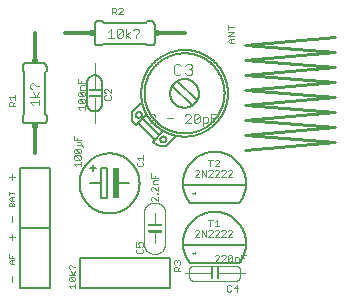
<source format=gto>
G75*
%MOIN*%
%OFA0B0*%
%FSLAX25Y25*%
%IPPOS*%
%LPD*%
%AMOC8*
5,1,8,0,0,1.08239X$1,22.5*
%
%ADD10C,0.00500*%
%ADD11C,0.00300*%
%ADD12C,0.00200*%
%ADD13C,0.00400*%
%ADD14C,0.00100*%
%ADD15R,0.01000X0.04000*%
%ADD16C,0.01000*%
%ADD17C,0.00600*%
%ADD18R,0.01500X0.02000*%
%ADD19C,0.01200*%
%ADD20C,0.00360*%
%ADD21R,0.04500X0.01000*%
%ADD22R,0.04000X0.01000*%
%ADD23R,0.02000X0.10000*%
%ADD24R,0.02000X0.01500*%
D10*
X0006236Y0006236D02*
X0016236Y0006236D01*
X0016236Y0026236D01*
X0016236Y0046236D01*
X0006236Y0046236D01*
X0006236Y0026236D01*
X0016236Y0026236D01*
X0006236Y0026236D01*
X0006236Y0006236D01*
X0026236Y0006236D02*
X0056236Y0006236D01*
X0056236Y0016236D01*
X0026236Y0016236D01*
X0026236Y0006236D01*
X0060748Y0020736D02*
X0081724Y0020736D01*
X0079484Y0014736D02*
X0062988Y0014736D01*
X0062988Y0014737D02*
X0062842Y0014926D01*
X0062701Y0015119D01*
X0062564Y0015314D01*
X0062431Y0015513D01*
X0062303Y0015715D01*
X0062180Y0015920D01*
X0062061Y0016127D01*
X0061947Y0016337D01*
X0061838Y0016550D01*
X0061734Y0016765D01*
X0060748Y0020736D02*
X0060739Y0020992D01*
X0060736Y0021248D01*
X0060739Y0021504D01*
X0060749Y0021760D01*
X0060765Y0022015D01*
X0060787Y0022270D01*
X0060815Y0022525D01*
X0060850Y0022778D01*
X0060891Y0023031D01*
X0060937Y0023283D01*
X0060990Y0023533D01*
X0061049Y0023782D01*
X0061115Y0024030D01*
X0061186Y0024276D01*
X0061263Y0024520D01*
X0061346Y0024762D01*
X0061435Y0025002D01*
X0061529Y0025240D01*
X0061630Y0025475D01*
X0061736Y0025708D01*
X0062988Y0034736D02*
X0079484Y0034736D01*
X0081724Y0040736D02*
X0060748Y0040736D01*
X0061734Y0036765D02*
X0061838Y0036550D01*
X0061947Y0036337D01*
X0062061Y0036127D01*
X0062180Y0035920D01*
X0062303Y0035715D01*
X0062431Y0035513D01*
X0062564Y0035314D01*
X0062701Y0035119D01*
X0062842Y0034926D01*
X0062988Y0034737D01*
X0060748Y0040736D02*
X0060739Y0040992D01*
X0060736Y0041248D01*
X0060739Y0041504D01*
X0060749Y0041760D01*
X0060765Y0042015D01*
X0060787Y0042270D01*
X0060815Y0042525D01*
X0060850Y0042778D01*
X0060891Y0043031D01*
X0060937Y0043283D01*
X0060990Y0043533D01*
X0061049Y0043782D01*
X0061115Y0044030D01*
X0061186Y0044276D01*
X0061263Y0044520D01*
X0061346Y0044762D01*
X0061435Y0045002D01*
X0061529Y0045240D01*
X0061630Y0045475D01*
X0061736Y0045708D01*
X0054910Y0053641D02*
X0053433Y0053754D01*
X0051957Y0053867D01*
X0050673Y0055150D01*
X0054020Y0058497D01*
X0052775Y0057386D02*
X0047368Y0062793D01*
X0048511Y0064006D02*
X0045164Y0060660D01*
X0043881Y0061943D01*
X0043774Y0063414D01*
X0043667Y0064885D01*
X0046876Y0068094D01*
X0044957Y0064129D02*
X0044959Y0064192D01*
X0044965Y0064254D01*
X0044975Y0064316D01*
X0044988Y0064378D01*
X0045006Y0064438D01*
X0045027Y0064497D01*
X0045052Y0064555D01*
X0045081Y0064611D01*
X0045113Y0064665D01*
X0045148Y0064717D01*
X0045186Y0064766D01*
X0045228Y0064814D01*
X0045272Y0064858D01*
X0045320Y0064900D01*
X0045369Y0064938D01*
X0045421Y0064973D01*
X0045475Y0065005D01*
X0045531Y0065034D01*
X0045589Y0065059D01*
X0045648Y0065080D01*
X0045708Y0065098D01*
X0045770Y0065111D01*
X0045832Y0065121D01*
X0045894Y0065127D01*
X0045957Y0065129D01*
X0046020Y0065127D01*
X0046082Y0065121D01*
X0046144Y0065111D01*
X0046206Y0065098D01*
X0046266Y0065080D01*
X0046325Y0065059D01*
X0046383Y0065034D01*
X0046439Y0065005D01*
X0046493Y0064973D01*
X0046545Y0064938D01*
X0046594Y0064900D01*
X0046642Y0064858D01*
X0046686Y0064814D01*
X0046728Y0064766D01*
X0046766Y0064717D01*
X0046801Y0064665D01*
X0046833Y0064611D01*
X0046862Y0064555D01*
X0046887Y0064497D01*
X0046908Y0064438D01*
X0046926Y0064378D01*
X0046939Y0064316D01*
X0046949Y0064254D01*
X0046955Y0064192D01*
X0046957Y0064129D01*
X0046955Y0064066D01*
X0046949Y0064004D01*
X0046939Y0063942D01*
X0046926Y0063880D01*
X0046908Y0063820D01*
X0046887Y0063761D01*
X0046862Y0063703D01*
X0046833Y0063647D01*
X0046801Y0063593D01*
X0046766Y0063541D01*
X0046728Y0063492D01*
X0046686Y0063444D01*
X0046642Y0063400D01*
X0046594Y0063358D01*
X0046545Y0063320D01*
X0046493Y0063285D01*
X0046439Y0063253D01*
X0046383Y0063224D01*
X0046325Y0063199D01*
X0046266Y0063178D01*
X0046206Y0063160D01*
X0046144Y0063147D01*
X0046082Y0063137D01*
X0046020Y0063131D01*
X0045957Y0063129D01*
X0045894Y0063131D01*
X0045832Y0063137D01*
X0045770Y0063147D01*
X0045708Y0063160D01*
X0045648Y0063178D01*
X0045589Y0063199D01*
X0045531Y0063224D01*
X0045475Y0063253D01*
X0045421Y0063285D01*
X0045369Y0063320D01*
X0045320Y0063358D01*
X0045272Y0063400D01*
X0045228Y0063444D01*
X0045186Y0063492D01*
X0045148Y0063541D01*
X0045113Y0063593D01*
X0045081Y0063647D01*
X0045052Y0063703D01*
X0045027Y0063761D01*
X0045006Y0063820D01*
X0044988Y0063880D01*
X0044975Y0063942D01*
X0044965Y0064004D01*
X0044959Y0064066D01*
X0044957Y0064129D01*
X0045747Y0061296D02*
X0048528Y0058515D01*
X0051059Y0055984D01*
X0053155Y0055876D02*
X0053157Y0055939D01*
X0053163Y0056001D01*
X0053173Y0056063D01*
X0053186Y0056125D01*
X0053204Y0056185D01*
X0053225Y0056244D01*
X0053250Y0056302D01*
X0053279Y0056358D01*
X0053311Y0056412D01*
X0053346Y0056464D01*
X0053384Y0056513D01*
X0053426Y0056561D01*
X0053470Y0056605D01*
X0053518Y0056647D01*
X0053567Y0056685D01*
X0053619Y0056720D01*
X0053673Y0056752D01*
X0053729Y0056781D01*
X0053787Y0056806D01*
X0053846Y0056827D01*
X0053906Y0056845D01*
X0053968Y0056858D01*
X0054030Y0056868D01*
X0054092Y0056874D01*
X0054155Y0056876D01*
X0054218Y0056874D01*
X0054280Y0056868D01*
X0054342Y0056858D01*
X0054404Y0056845D01*
X0054464Y0056827D01*
X0054523Y0056806D01*
X0054581Y0056781D01*
X0054637Y0056752D01*
X0054691Y0056720D01*
X0054743Y0056685D01*
X0054792Y0056647D01*
X0054840Y0056605D01*
X0054884Y0056561D01*
X0054926Y0056513D01*
X0054964Y0056464D01*
X0054999Y0056412D01*
X0055031Y0056358D01*
X0055060Y0056302D01*
X0055085Y0056244D01*
X0055106Y0056185D01*
X0055124Y0056125D01*
X0055137Y0056063D01*
X0055147Y0056001D01*
X0055153Y0055939D01*
X0055155Y0055876D01*
X0055153Y0055813D01*
X0055147Y0055751D01*
X0055137Y0055689D01*
X0055124Y0055627D01*
X0055106Y0055567D01*
X0055085Y0055508D01*
X0055060Y0055450D01*
X0055031Y0055394D01*
X0054999Y0055340D01*
X0054964Y0055288D01*
X0054926Y0055239D01*
X0054884Y0055191D01*
X0054840Y0055147D01*
X0054792Y0055105D01*
X0054743Y0055067D01*
X0054691Y0055032D01*
X0054637Y0055000D01*
X0054581Y0054971D01*
X0054523Y0054946D01*
X0054464Y0054925D01*
X0054404Y0054907D01*
X0054342Y0054894D01*
X0054280Y0054884D01*
X0054218Y0054878D01*
X0054155Y0054876D01*
X0054092Y0054878D01*
X0054030Y0054884D01*
X0053968Y0054894D01*
X0053906Y0054907D01*
X0053846Y0054925D01*
X0053787Y0054946D01*
X0053729Y0054971D01*
X0053673Y0055000D01*
X0053619Y0055032D01*
X0053567Y0055067D01*
X0053518Y0055105D01*
X0053470Y0055147D01*
X0053426Y0055191D01*
X0053384Y0055239D01*
X0053346Y0055288D01*
X0053311Y0055340D01*
X0053279Y0055394D01*
X0053250Y0055450D01*
X0053225Y0055508D01*
X0053204Y0055567D01*
X0053186Y0055627D01*
X0053173Y0055689D01*
X0053163Y0055751D01*
X0053157Y0055813D01*
X0053155Y0055876D01*
X0054910Y0053641D02*
X0058278Y0057009D01*
X0063733Y0067227D02*
X0057225Y0073736D01*
X0058829Y0075340D02*
X0065337Y0068831D01*
X0047901Y0071236D02*
X0047905Y0071563D01*
X0047917Y0071890D01*
X0047937Y0072217D01*
X0047965Y0072543D01*
X0048001Y0072868D01*
X0048045Y0073193D01*
X0048097Y0073516D01*
X0048157Y0073838D01*
X0048225Y0074158D01*
X0048301Y0074476D01*
X0048384Y0074793D01*
X0048475Y0075107D01*
X0048574Y0075419D01*
X0048681Y0075728D01*
X0048795Y0076035D01*
X0048916Y0076339D01*
X0049045Y0076640D01*
X0049181Y0076937D01*
X0049325Y0077232D01*
X0049476Y0077522D01*
X0049633Y0077809D01*
X0049798Y0078092D01*
X0049970Y0078370D01*
X0050148Y0078645D01*
X0050334Y0078914D01*
X0050525Y0079180D01*
X0050723Y0079440D01*
X0050928Y0079696D01*
X0051139Y0079946D01*
X0051355Y0080191D01*
X0051578Y0080431D01*
X0051807Y0080665D01*
X0052041Y0080894D01*
X0052281Y0081117D01*
X0052526Y0081333D01*
X0052776Y0081544D01*
X0053032Y0081749D01*
X0053292Y0081947D01*
X0053558Y0082138D01*
X0053827Y0082324D01*
X0054102Y0082502D01*
X0054380Y0082674D01*
X0054663Y0082839D01*
X0054950Y0082996D01*
X0055240Y0083147D01*
X0055535Y0083291D01*
X0055832Y0083427D01*
X0056133Y0083556D01*
X0056437Y0083677D01*
X0056744Y0083791D01*
X0057053Y0083898D01*
X0057365Y0083997D01*
X0057679Y0084088D01*
X0057996Y0084171D01*
X0058314Y0084247D01*
X0058634Y0084315D01*
X0058956Y0084375D01*
X0059279Y0084427D01*
X0059604Y0084471D01*
X0059929Y0084507D01*
X0060255Y0084535D01*
X0060582Y0084555D01*
X0060909Y0084567D01*
X0061236Y0084571D01*
X0061563Y0084567D01*
X0061890Y0084555D01*
X0062217Y0084535D01*
X0062543Y0084507D01*
X0062868Y0084471D01*
X0063193Y0084427D01*
X0063516Y0084375D01*
X0063838Y0084315D01*
X0064158Y0084247D01*
X0064476Y0084171D01*
X0064793Y0084088D01*
X0065107Y0083997D01*
X0065419Y0083898D01*
X0065728Y0083791D01*
X0066035Y0083677D01*
X0066339Y0083556D01*
X0066640Y0083427D01*
X0066937Y0083291D01*
X0067232Y0083147D01*
X0067522Y0082996D01*
X0067809Y0082839D01*
X0068092Y0082674D01*
X0068370Y0082502D01*
X0068645Y0082324D01*
X0068914Y0082138D01*
X0069180Y0081947D01*
X0069440Y0081749D01*
X0069696Y0081544D01*
X0069946Y0081333D01*
X0070191Y0081117D01*
X0070431Y0080894D01*
X0070665Y0080665D01*
X0070894Y0080431D01*
X0071117Y0080191D01*
X0071333Y0079946D01*
X0071544Y0079696D01*
X0071749Y0079440D01*
X0071947Y0079180D01*
X0072138Y0078914D01*
X0072324Y0078645D01*
X0072502Y0078370D01*
X0072674Y0078092D01*
X0072839Y0077809D01*
X0072996Y0077522D01*
X0073147Y0077232D01*
X0073291Y0076937D01*
X0073427Y0076640D01*
X0073556Y0076339D01*
X0073677Y0076035D01*
X0073791Y0075728D01*
X0073898Y0075419D01*
X0073997Y0075107D01*
X0074088Y0074793D01*
X0074171Y0074476D01*
X0074247Y0074158D01*
X0074315Y0073838D01*
X0074375Y0073516D01*
X0074427Y0073193D01*
X0074471Y0072868D01*
X0074507Y0072543D01*
X0074535Y0072217D01*
X0074555Y0071890D01*
X0074567Y0071563D01*
X0074571Y0071236D01*
X0074567Y0070909D01*
X0074555Y0070582D01*
X0074535Y0070255D01*
X0074507Y0069929D01*
X0074471Y0069604D01*
X0074427Y0069279D01*
X0074375Y0068956D01*
X0074315Y0068634D01*
X0074247Y0068314D01*
X0074171Y0067996D01*
X0074088Y0067679D01*
X0073997Y0067365D01*
X0073898Y0067053D01*
X0073791Y0066744D01*
X0073677Y0066437D01*
X0073556Y0066133D01*
X0073427Y0065832D01*
X0073291Y0065535D01*
X0073147Y0065240D01*
X0072996Y0064950D01*
X0072839Y0064663D01*
X0072674Y0064380D01*
X0072502Y0064102D01*
X0072324Y0063827D01*
X0072138Y0063558D01*
X0071947Y0063292D01*
X0071749Y0063032D01*
X0071544Y0062776D01*
X0071333Y0062526D01*
X0071117Y0062281D01*
X0070894Y0062041D01*
X0070665Y0061807D01*
X0070431Y0061578D01*
X0070191Y0061355D01*
X0069946Y0061139D01*
X0069696Y0060928D01*
X0069440Y0060723D01*
X0069180Y0060525D01*
X0068914Y0060334D01*
X0068645Y0060148D01*
X0068370Y0059970D01*
X0068092Y0059798D01*
X0067809Y0059633D01*
X0067522Y0059476D01*
X0067232Y0059325D01*
X0066937Y0059181D01*
X0066640Y0059045D01*
X0066339Y0058916D01*
X0066035Y0058795D01*
X0065728Y0058681D01*
X0065419Y0058574D01*
X0065107Y0058475D01*
X0064793Y0058384D01*
X0064476Y0058301D01*
X0064158Y0058225D01*
X0063838Y0058157D01*
X0063516Y0058097D01*
X0063193Y0058045D01*
X0062868Y0058001D01*
X0062543Y0057965D01*
X0062217Y0057937D01*
X0061890Y0057917D01*
X0061563Y0057905D01*
X0061236Y0057901D01*
X0060909Y0057905D01*
X0060582Y0057917D01*
X0060255Y0057937D01*
X0059929Y0057965D01*
X0059604Y0058001D01*
X0059279Y0058045D01*
X0058956Y0058097D01*
X0058634Y0058157D01*
X0058314Y0058225D01*
X0057996Y0058301D01*
X0057679Y0058384D01*
X0057365Y0058475D01*
X0057053Y0058574D01*
X0056744Y0058681D01*
X0056437Y0058795D01*
X0056133Y0058916D01*
X0055832Y0059045D01*
X0055535Y0059181D01*
X0055240Y0059325D01*
X0054950Y0059476D01*
X0054663Y0059633D01*
X0054380Y0059798D01*
X0054102Y0059970D01*
X0053827Y0060148D01*
X0053558Y0060334D01*
X0053292Y0060525D01*
X0053032Y0060723D01*
X0052776Y0060928D01*
X0052526Y0061139D01*
X0052281Y0061355D01*
X0052041Y0061578D01*
X0051807Y0061807D01*
X0051578Y0062041D01*
X0051355Y0062281D01*
X0051139Y0062526D01*
X0050928Y0062776D01*
X0050723Y0063032D01*
X0050525Y0063292D01*
X0050334Y0063558D01*
X0050148Y0063827D01*
X0049970Y0064102D01*
X0049798Y0064380D01*
X0049633Y0064663D01*
X0049476Y0064950D01*
X0049325Y0065240D01*
X0049181Y0065535D01*
X0049045Y0065832D01*
X0048916Y0066133D01*
X0048795Y0066437D01*
X0048681Y0066744D01*
X0048574Y0067053D01*
X0048475Y0067365D01*
X0048384Y0067679D01*
X0048301Y0067996D01*
X0048225Y0068314D01*
X0048157Y0068634D01*
X0048097Y0068956D01*
X0048045Y0069279D01*
X0048001Y0069604D01*
X0047965Y0069929D01*
X0047937Y0070255D01*
X0047917Y0070582D01*
X0047905Y0070909D01*
X0047901Y0071236D01*
X0046792Y0071236D02*
X0046796Y0071590D01*
X0046809Y0071945D01*
X0046831Y0072299D01*
X0046862Y0072652D01*
X0046901Y0073004D01*
X0046948Y0073355D01*
X0047005Y0073705D01*
X0047070Y0074054D01*
X0047143Y0074401D01*
X0047225Y0074746D01*
X0047315Y0075088D01*
X0047414Y0075429D01*
X0047521Y0075767D01*
X0047636Y0076102D01*
X0047760Y0076434D01*
X0047891Y0076763D01*
X0048031Y0077089D01*
X0048179Y0077412D01*
X0048334Y0077730D01*
X0048498Y0078045D01*
X0048668Y0078355D01*
X0048847Y0078662D01*
X0049033Y0078964D01*
X0049226Y0079261D01*
X0049427Y0079553D01*
X0049634Y0079840D01*
X0049849Y0080122D01*
X0050071Y0080399D01*
X0050299Y0080670D01*
X0050534Y0080936D01*
X0050775Y0081196D01*
X0051023Y0081449D01*
X0051276Y0081697D01*
X0051536Y0081938D01*
X0051802Y0082173D01*
X0052073Y0082401D01*
X0052350Y0082623D01*
X0052632Y0082838D01*
X0052919Y0083045D01*
X0053211Y0083246D01*
X0053508Y0083439D01*
X0053810Y0083625D01*
X0054117Y0083804D01*
X0054427Y0083974D01*
X0054742Y0084138D01*
X0055060Y0084293D01*
X0055383Y0084441D01*
X0055709Y0084581D01*
X0056038Y0084712D01*
X0056370Y0084836D01*
X0056705Y0084951D01*
X0057043Y0085058D01*
X0057384Y0085157D01*
X0057726Y0085247D01*
X0058071Y0085329D01*
X0058418Y0085402D01*
X0058767Y0085467D01*
X0059117Y0085524D01*
X0059468Y0085571D01*
X0059820Y0085610D01*
X0060173Y0085641D01*
X0060527Y0085663D01*
X0060882Y0085676D01*
X0061236Y0085680D01*
X0061590Y0085676D01*
X0061945Y0085663D01*
X0062299Y0085641D01*
X0062652Y0085610D01*
X0063004Y0085571D01*
X0063355Y0085524D01*
X0063705Y0085467D01*
X0064054Y0085402D01*
X0064401Y0085329D01*
X0064746Y0085247D01*
X0065088Y0085157D01*
X0065429Y0085058D01*
X0065767Y0084951D01*
X0066102Y0084836D01*
X0066434Y0084712D01*
X0066763Y0084581D01*
X0067089Y0084441D01*
X0067412Y0084293D01*
X0067730Y0084138D01*
X0068045Y0083974D01*
X0068355Y0083804D01*
X0068662Y0083625D01*
X0068964Y0083439D01*
X0069261Y0083246D01*
X0069553Y0083045D01*
X0069840Y0082838D01*
X0070122Y0082623D01*
X0070399Y0082401D01*
X0070670Y0082173D01*
X0070936Y0081938D01*
X0071196Y0081697D01*
X0071449Y0081449D01*
X0071697Y0081196D01*
X0071938Y0080936D01*
X0072173Y0080670D01*
X0072401Y0080399D01*
X0072623Y0080122D01*
X0072838Y0079840D01*
X0073045Y0079553D01*
X0073246Y0079261D01*
X0073439Y0078964D01*
X0073625Y0078662D01*
X0073804Y0078355D01*
X0073974Y0078045D01*
X0074138Y0077730D01*
X0074293Y0077412D01*
X0074441Y0077089D01*
X0074581Y0076763D01*
X0074712Y0076434D01*
X0074836Y0076102D01*
X0074951Y0075767D01*
X0075058Y0075429D01*
X0075157Y0075088D01*
X0075247Y0074746D01*
X0075329Y0074401D01*
X0075402Y0074054D01*
X0075467Y0073705D01*
X0075524Y0073355D01*
X0075571Y0073004D01*
X0075610Y0072652D01*
X0075641Y0072299D01*
X0075663Y0071945D01*
X0075676Y0071590D01*
X0075680Y0071236D01*
X0075676Y0070882D01*
X0075663Y0070527D01*
X0075641Y0070173D01*
X0075610Y0069820D01*
X0075571Y0069468D01*
X0075524Y0069117D01*
X0075467Y0068767D01*
X0075402Y0068418D01*
X0075329Y0068071D01*
X0075247Y0067726D01*
X0075157Y0067384D01*
X0075058Y0067043D01*
X0074951Y0066705D01*
X0074836Y0066370D01*
X0074712Y0066038D01*
X0074581Y0065709D01*
X0074441Y0065383D01*
X0074293Y0065060D01*
X0074138Y0064742D01*
X0073974Y0064427D01*
X0073804Y0064117D01*
X0073625Y0063810D01*
X0073439Y0063508D01*
X0073246Y0063211D01*
X0073045Y0062919D01*
X0072838Y0062632D01*
X0072623Y0062350D01*
X0072401Y0062073D01*
X0072173Y0061802D01*
X0071938Y0061536D01*
X0071697Y0061276D01*
X0071449Y0061023D01*
X0071196Y0060775D01*
X0070936Y0060534D01*
X0070670Y0060299D01*
X0070399Y0060071D01*
X0070122Y0059849D01*
X0069840Y0059634D01*
X0069553Y0059427D01*
X0069261Y0059226D01*
X0068964Y0059033D01*
X0068662Y0058847D01*
X0068355Y0058668D01*
X0068045Y0058498D01*
X0067730Y0058334D01*
X0067412Y0058179D01*
X0067089Y0058031D01*
X0066763Y0057891D01*
X0066434Y0057760D01*
X0066102Y0057636D01*
X0065767Y0057521D01*
X0065429Y0057414D01*
X0065088Y0057315D01*
X0064746Y0057225D01*
X0064401Y0057143D01*
X0064054Y0057070D01*
X0063705Y0057005D01*
X0063355Y0056948D01*
X0063004Y0056901D01*
X0062652Y0056862D01*
X0062299Y0056831D01*
X0061945Y0056809D01*
X0061590Y0056796D01*
X0061236Y0056792D01*
X0060882Y0056796D01*
X0060527Y0056809D01*
X0060173Y0056831D01*
X0059820Y0056862D01*
X0059468Y0056901D01*
X0059117Y0056948D01*
X0058767Y0057005D01*
X0058418Y0057070D01*
X0058071Y0057143D01*
X0057726Y0057225D01*
X0057384Y0057315D01*
X0057043Y0057414D01*
X0056705Y0057521D01*
X0056370Y0057636D01*
X0056038Y0057760D01*
X0055709Y0057891D01*
X0055383Y0058031D01*
X0055060Y0058179D01*
X0054742Y0058334D01*
X0054427Y0058498D01*
X0054117Y0058668D01*
X0053810Y0058847D01*
X0053508Y0059033D01*
X0053211Y0059226D01*
X0052919Y0059427D01*
X0052632Y0059634D01*
X0052350Y0059849D01*
X0052073Y0060071D01*
X0051802Y0060299D01*
X0051536Y0060534D01*
X0051276Y0060775D01*
X0051023Y0061023D01*
X0050775Y0061276D01*
X0050534Y0061536D01*
X0050299Y0061802D01*
X0050071Y0062073D01*
X0049849Y0062350D01*
X0049634Y0062632D01*
X0049427Y0062919D01*
X0049226Y0063211D01*
X0049033Y0063508D01*
X0048847Y0063810D01*
X0048668Y0064117D01*
X0048498Y0064427D01*
X0048334Y0064742D01*
X0048179Y0065060D01*
X0048031Y0065383D01*
X0047891Y0065709D01*
X0047760Y0066038D01*
X0047636Y0066370D01*
X0047521Y0066705D01*
X0047414Y0067043D01*
X0047315Y0067384D01*
X0047225Y0067726D01*
X0047143Y0068071D01*
X0047070Y0068418D01*
X0047005Y0068767D01*
X0046948Y0069117D01*
X0046901Y0069468D01*
X0046862Y0069820D01*
X0046831Y0070173D01*
X0046809Y0070527D01*
X0046796Y0070882D01*
X0046792Y0071236D01*
X0033736Y0067736D02*
X0033736Y0074736D01*
X0033734Y0074834D01*
X0033728Y0074932D01*
X0033719Y0075030D01*
X0033705Y0075127D01*
X0033688Y0075224D01*
X0033667Y0075320D01*
X0033642Y0075415D01*
X0033614Y0075509D01*
X0033581Y0075601D01*
X0033546Y0075693D01*
X0033506Y0075783D01*
X0033464Y0075871D01*
X0033417Y0075958D01*
X0033368Y0076042D01*
X0033315Y0076125D01*
X0033259Y0076205D01*
X0033199Y0076284D01*
X0033137Y0076360D01*
X0033072Y0076433D01*
X0033004Y0076504D01*
X0032933Y0076572D01*
X0032860Y0076637D01*
X0032784Y0076699D01*
X0032705Y0076759D01*
X0032625Y0076815D01*
X0032542Y0076868D01*
X0032458Y0076917D01*
X0032371Y0076964D01*
X0032283Y0077006D01*
X0032193Y0077046D01*
X0032101Y0077081D01*
X0032009Y0077114D01*
X0031915Y0077142D01*
X0031820Y0077167D01*
X0031724Y0077188D01*
X0031627Y0077205D01*
X0031530Y0077219D01*
X0031432Y0077228D01*
X0031334Y0077234D01*
X0031236Y0077236D01*
X0031138Y0077234D01*
X0031040Y0077228D01*
X0030942Y0077219D01*
X0030845Y0077205D01*
X0030748Y0077188D01*
X0030652Y0077167D01*
X0030557Y0077142D01*
X0030463Y0077114D01*
X0030371Y0077081D01*
X0030279Y0077046D01*
X0030189Y0077006D01*
X0030101Y0076964D01*
X0030014Y0076917D01*
X0029930Y0076868D01*
X0029847Y0076815D01*
X0029767Y0076759D01*
X0029688Y0076699D01*
X0029612Y0076637D01*
X0029539Y0076572D01*
X0029468Y0076504D01*
X0029400Y0076433D01*
X0029335Y0076360D01*
X0029273Y0076284D01*
X0029213Y0076205D01*
X0029157Y0076125D01*
X0029104Y0076042D01*
X0029055Y0075958D01*
X0029008Y0075871D01*
X0028966Y0075783D01*
X0028926Y0075693D01*
X0028891Y0075601D01*
X0028858Y0075509D01*
X0028830Y0075415D01*
X0028805Y0075320D01*
X0028784Y0075224D01*
X0028767Y0075127D01*
X0028753Y0075030D01*
X0028744Y0074932D01*
X0028738Y0074834D01*
X0028736Y0074736D01*
X0028736Y0067736D01*
X0028738Y0067638D01*
X0028744Y0067540D01*
X0028753Y0067442D01*
X0028767Y0067345D01*
X0028784Y0067248D01*
X0028805Y0067152D01*
X0028830Y0067057D01*
X0028858Y0066963D01*
X0028891Y0066871D01*
X0028926Y0066779D01*
X0028966Y0066689D01*
X0029008Y0066601D01*
X0029055Y0066514D01*
X0029104Y0066430D01*
X0029157Y0066347D01*
X0029213Y0066267D01*
X0029273Y0066188D01*
X0029335Y0066112D01*
X0029400Y0066039D01*
X0029468Y0065968D01*
X0029539Y0065900D01*
X0029612Y0065835D01*
X0029688Y0065773D01*
X0029767Y0065713D01*
X0029847Y0065657D01*
X0029930Y0065604D01*
X0030014Y0065555D01*
X0030101Y0065508D01*
X0030189Y0065466D01*
X0030279Y0065426D01*
X0030371Y0065391D01*
X0030463Y0065358D01*
X0030557Y0065330D01*
X0030652Y0065305D01*
X0030748Y0065284D01*
X0030845Y0065267D01*
X0030942Y0065253D01*
X0031040Y0065244D01*
X0031138Y0065238D01*
X0031236Y0065236D01*
X0031334Y0065238D01*
X0031432Y0065244D01*
X0031530Y0065253D01*
X0031627Y0065267D01*
X0031724Y0065284D01*
X0031820Y0065305D01*
X0031915Y0065330D01*
X0032009Y0065358D01*
X0032101Y0065391D01*
X0032193Y0065426D01*
X0032283Y0065466D01*
X0032371Y0065508D01*
X0032458Y0065555D01*
X0032542Y0065604D01*
X0032625Y0065657D01*
X0032705Y0065713D01*
X0032784Y0065773D01*
X0032860Y0065835D01*
X0032933Y0065900D01*
X0033004Y0065968D01*
X0033072Y0066039D01*
X0033137Y0066112D01*
X0033199Y0066188D01*
X0033259Y0066267D01*
X0033315Y0066347D01*
X0033368Y0066430D01*
X0033417Y0066514D01*
X0033464Y0066601D01*
X0033506Y0066689D01*
X0033546Y0066779D01*
X0033581Y0066871D01*
X0033614Y0066963D01*
X0033642Y0067057D01*
X0033667Y0067152D01*
X0033688Y0067248D01*
X0033705Y0067345D01*
X0033719Y0067442D01*
X0033728Y0067540D01*
X0033734Y0067638D01*
X0033736Y0067736D01*
X0033736Y0074736D02*
X0033734Y0074834D01*
X0033728Y0074932D01*
X0033719Y0075030D01*
X0033705Y0075127D01*
X0033688Y0075224D01*
X0033667Y0075320D01*
X0033642Y0075415D01*
X0033614Y0075509D01*
X0033581Y0075601D01*
X0033546Y0075693D01*
X0033506Y0075783D01*
X0033464Y0075871D01*
X0033417Y0075958D01*
X0033368Y0076042D01*
X0033315Y0076125D01*
X0033259Y0076205D01*
X0033199Y0076284D01*
X0033137Y0076360D01*
X0033072Y0076433D01*
X0033004Y0076504D01*
X0032933Y0076572D01*
X0032860Y0076637D01*
X0032784Y0076699D01*
X0032705Y0076759D01*
X0032625Y0076815D01*
X0032542Y0076868D01*
X0032458Y0076917D01*
X0032371Y0076964D01*
X0032283Y0077006D01*
X0032193Y0077046D01*
X0032101Y0077081D01*
X0032009Y0077114D01*
X0031915Y0077142D01*
X0031820Y0077167D01*
X0031724Y0077188D01*
X0031627Y0077205D01*
X0031530Y0077219D01*
X0031432Y0077228D01*
X0031334Y0077234D01*
X0031236Y0077236D01*
X0056436Y0071236D02*
X0056438Y0071374D01*
X0056444Y0071513D01*
X0056454Y0071651D01*
X0056468Y0071788D01*
X0056486Y0071925D01*
X0056508Y0072062D01*
X0056533Y0072198D01*
X0056563Y0072333D01*
X0056597Y0072467D01*
X0056634Y0072600D01*
X0056675Y0072732D01*
X0056720Y0072863D01*
X0056769Y0072993D01*
X0056821Y0073121D01*
X0056878Y0073247D01*
X0056937Y0073372D01*
X0057001Y0073495D01*
X0057068Y0073616D01*
X0057138Y0073735D01*
X0057212Y0073852D01*
X0057289Y0073967D01*
X0057369Y0074080D01*
X0057453Y0074190D01*
X0057539Y0074298D01*
X0057629Y0074403D01*
X0057722Y0074506D01*
X0057818Y0074606D01*
X0057916Y0074703D01*
X0058017Y0074797D01*
X0058121Y0074888D01*
X0058228Y0074976D01*
X0058337Y0075062D01*
X0058448Y0075144D01*
X0058562Y0075222D01*
X0058678Y0075298D01*
X0058796Y0075370D01*
X0058916Y0075438D01*
X0059038Y0075503D01*
X0059162Y0075565D01*
X0059288Y0075623D01*
X0059415Y0075677D01*
X0059544Y0075728D01*
X0059674Y0075775D01*
X0059805Y0075818D01*
X0059938Y0075857D01*
X0060072Y0075893D01*
X0060206Y0075924D01*
X0060342Y0075952D01*
X0060478Y0075976D01*
X0060615Y0075996D01*
X0060753Y0076012D01*
X0060890Y0076024D01*
X0061029Y0076032D01*
X0061167Y0076036D01*
X0061305Y0076036D01*
X0061443Y0076032D01*
X0061582Y0076024D01*
X0061719Y0076012D01*
X0061857Y0075996D01*
X0061994Y0075976D01*
X0062130Y0075952D01*
X0062266Y0075924D01*
X0062400Y0075893D01*
X0062534Y0075857D01*
X0062667Y0075818D01*
X0062798Y0075775D01*
X0062928Y0075728D01*
X0063057Y0075677D01*
X0063184Y0075623D01*
X0063310Y0075565D01*
X0063434Y0075503D01*
X0063556Y0075438D01*
X0063676Y0075370D01*
X0063794Y0075298D01*
X0063910Y0075222D01*
X0064024Y0075144D01*
X0064135Y0075062D01*
X0064244Y0074976D01*
X0064351Y0074888D01*
X0064455Y0074797D01*
X0064556Y0074703D01*
X0064654Y0074606D01*
X0064750Y0074506D01*
X0064843Y0074403D01*
X0064933Y0074298D01*
X0065019Y0074190D01*
X0065103Y0074080D01*
X0065183Y0073967D01*
X0065260Y0073852D01*
X0065334Y0073735D01*
X0065404Y0073616D01*
X0065471Y0073495D01*
X0065535Y0073372D01*
X0065594Y0073247D01*
X0065651Y0073121D01*
X0065703Y0072993D01*
X0065752Y0072863D01*
X0065797Y0072732D01*
X0065838Y0072600D01*
X0065875Y0072467D01*
X0065909Y0072333D01*
X0065939Y0072198D01*
X0065964Y0072062D01*
X0065986Y0071925D01*
X0066004Y0071788D01*
X0066018Y0071651D01*
X0066028Y0071513D01*
X0066034Y0071374D01*
X0066036Y0071236D01*
X0066034Y0071098D01*
X0066028Y0070959D01*
X0066018Y0070821D01*
X0066004Y0070684D01*
X0065986Y0070547D01*
X0065964Y0070410D01*
X0065939Y0070274D01*
X0065909Y0070139D01*
X0065875Y0070005D01*
X0065838Y0069872D01*
X0065797Y0069740D01*
X0065752Y0069609D01*
X0065703Y0069479D01*
X0065651Y0069351D01*
X0065594Y0069225D01*
X0065535Y0069100D01*
X0065471Y0068977D01*
X0065404Y0068856D01*
X0065334Y0068737D01*
X0065260Y0068620D01*
X0065183Y0068505D01*
X0065103Y0068392D01*
X0065019Y0068282D01*
X0064933Y0068174D01*
X0064843Y0068069D01*
X0064750Y0067966D01*
X0064654Y0067866D01*
X0064556Y0067769D01*
X0064455Y0067675D01*
X0064351Y0067584D01*
X0064244Y0067496D01*
X0064135Y0067410D01*
X0064024Y0067328D01*
X0063910Y0067250D01*
X0063794Y0067174D01*
X0063676Y0067102D01*
X0063556Y0067034D01*
X0063434Y0066969D01*
X0063310Y0066907D01*
X0063184Y0066849D01*
X0063057Y0066795D01*
X0062928Y0066744D01*
X0062798Y0066697D01*
X0062667Y0066654D01*
X0062534Y0066615D01*
X0062400Y0066579D01*
X0062266Y0066548D01*
X0062130Y0066520D01*
X0061994Y0066496D01*
X0061857Y0066476D01*
X0061719Y0066460D01*
X0061582Y0066448D01*
X0061443Y0066440D01*
X0061305Y0066436D01*
X0061167Y0066436D01*
X0061029Y0066440D01*
X0060890Y0066448D01*
X0060753Y0066460D01*
X0060615Y0066476D01*
X0060478Y0066496D01*
X0060342Y0066520D01*
X0060206Y0066548D01*
X0060072Y0066579D01*
X0059938Y0066615D01*
X0059805Y0066654D01*
X0059674Y0066697D01*
X0059544Y0066744D01*
X0059415Y0066795D01*
X0059288Y0066849D01*
X0059162Y0066907D01*
X0059038Y0066969D01*
X0058916Y0067034D01*
X0058796Y0067102D01*
X0058678Y0067174D01*
X0058562Y0067250D01*
X0058448Y0067328D01*
X0058337Y0067410D01*
X0058228Y0067496D01*
X0058121Y0067584D01*
X0058017Y0067675D01*
X0057916Y0067769D01*
X0057818Y0067866D01*
X0057722Y0067966D01*
X0057629Y0068069D01*
X0057539Y0068174D01*
X0057453Y0068282D01*
X0057369Y0068392D01*
X0057289Y0068505D01*
X0057212Y0068620D01*
X0057138Y0068737D01*
X0057068Y0068856D01*
X0057001Y0068977D01*
X0056937Y0069100D01*
X0056878Y0069225D01*
X0056821Y0069351D01*
X0056769Y0069479D01*
X0056720Y0069609D01*
X0056675Y0069740D01*
X0056634Y0069872D01*
X0056597Y0070005D01*
X0056563Y0070139D01*
X0056533Y0070274D01*
X0056508Y0070410D01*
X0056486Y0070547D01*
X0056468Y0070684D01*
X0056454Y0070821D01*
X0056444Y0070959D01*
X0056438Y0071098D01*
X0056436Y0071236D01*
X0060748Y0040737D02*
X0060763Y0040480D01*
X0060785Y0040223D01*
X0060813Y0039967D01*
X0060847Y0039712D01*
X0060888Y0039458D01*
X0060935Y0039205D01*
X0060988Y0038953D01*
X0061047Y0038702D01*
X0061112Y0038453D01*
X0061183Y0038206D01*
X0061260Y0037960D01*
X0061344Y0037716D01*
X0061433Y0037475D01*
X0061528Y0037236D01*
X0061629Y0036999D01*
X0061736Y0036765D01*
X0081724Y0040736D02*
X0081733Y0040992D01*
X0081736Y0041248D01*
X0081733Y0041504D01*
X0081723Y0041760D01*
X0081707Y0042015D01*
X0081685Y0042270D01*
X0081657Y0042525D01*
X0081622Y0042778D01*
X0081581Y0043031D01*
X0081535Y0043283D01*
X0081482Y0043533D01*
X0081423Y0043782D01*
X0081357Y0044030D01*
X0081286Y0044276D01*
X0081209Y0044520D01*
X0081126Y0044762D01*
X0081037Y0045002D01*
X0080943Y0045240D01*
X0080842Y0045475D01*
X0080736Y0045708D01*
X0080782Y0036859D02*
X0080675Y0036634D01*
X0080563Y0036411D01*
X0080446Y0036191D01*
X0080324Y0035974D01*
X0080196Y0035759D01*
X0080063Y0035548D01*
X0079926Y0035340D01*
X0079783Y0035136D01*
X0079636Y0034934D01*
X0079484Y0034737D01*
X0080736Y0045708D02*
X0080624Y0045938D01*
X0080507Y0046165D01*
X0080385Y0046389D01*
X0080257Y0046610D01*
X0080123Y0046827D01*
X0079985Y0047042D01*
X0079841Y0047253D01*
X0079692Y0047460D01*
X0079538Y0047664D01*
X0079380Y0047864D01*
X0079216Y0048060D01*
X0079048Y0048252D01*
X0078875Y0048440D01*
X0078697Y0048624D01*
X0078516Y0048803D01*
X0078329Y0048978D01*
X0078139Y0049148D01*
X0077945Y0049313D01*
X0077746Y0049474D01*
X0077544Y0049630D01*
X0077338Y0049781D01*
X0077128Y0049927D01*
X0076915Y0050067D01*
X0076699Y0050203D01*
X0076479Y0050333D01*
X0076256Y0050458D01*
X0076031Y0050577D01*
X0075802Y0050691D01*
X0075571Y0050799D01*
X0075337Y0050902D01*
X0075101Y0050999D01*
X0074862Y0051090D01*
X0074622Y0051175D01*
X0074379Y0051255D01*
X0074134Y0051328D01*
X0073888Y0051396D01*
X0073640Y0051457D01*
X0073391Y0051512D01*
X0073141Y0051562D01*
X0072889Y0051605D01*
X0072636Y0051642D01*
X0072383Y0051673D01*
X0072129Y0051698D01*
X0071874Y0051717D01*
X0071619Y0051729D01*
X0071364Y0051735D01*
X0071108Y0051735D01*
X0070853Y0051729D01*
X0070598Y0051717D01*
X0070343Y0051698D01*
X0070089Y0051673D01*
X0069836Y0051642D01*
X0069583Y0051605D01*
X0069331Y0051562D01*
X0069081Y0051512D01*
X0068832Y0051457D01*
X0068584Y0051396D01*
X0068338Y0051328D01*
X0068093Y0051255D01*
X0067850Y0051175D01*
X0067610Y0051090D01*
X0067371Y0050999D01*
X0067135Y0050902D01*
X0066901Y0050799D01*
X0066670Y0050691D01*
X0066441Y0050577D01*
X0066216Y0050458D01*
X0065993Y0050333D01*
X0065773Y0050203D01*
X0065557Y0050067D01*
X0065344Y0049927D01*
X0065134Y0049781D01*
X0064928Y0049630D01*
X0064726Y0049474D01*
X0064527Y0049313D01*
X0064333Y0049148D01*
X0064143Y0048978D01*
X0063956Y0048803D01*
X0063775Y0048624D01*
X0063597Y0048440D01*
X0063424Y0048252D01*
X0063256Y0048060D01*
X0063092Y0047864D01*
X0062934Y0047664D01*
X0062780Y0047460D01*
X0062631Y0047253D01*
X0062487Y0047042D01*
X0062349Y0046827D01*
X0062215Y0046610D01*
X0062087Y0046389D01*
X0061965Y0046165D01*
X0061848Y0045938D01*
X0061736Y0045708D01*
X0081724Y0040737D02*
X0081709Y0040480D01*
X0081687Y0040223D01*
X0081659Y0039967D01*
X0081625Y0039712D01*
X0081584Y0039458D01*
X0081537Y0039205D01*
X0081484Y0038953D01*
X0081425Y0038702D01*
X0081360Y0038453D01*
X0081289Y0038206D01*
X0081212Y0037960D01*
X0081128Y0037716D01*
X0081039Y0037475D01*
X0080944Y0037236D01*
X0080843Y0036999D01*
X0080736Y0036765D01*
X0080782Y0016859D02*
X0080675Y0016634D01*
X0080563Y0016411D01*
X0080446Y0016191D01*
X0080324Y0015974D01*
X0080196Y0015759D01*
X0080063Y0015548D01*
X0079926Y0015340D01*
X0079783Y0015136D01*
X0079636Y0014934D01*
X0079484Y0014737D01*
X0081724Y0020736D02*
X0081733Y0020992D01*
X0081736Y0021248D01*
X0081733Y0021504D01*
X0081723Y0021760D01*
X0081707Y0022015D01*
X0081685Y0022270D01*
X0081657Y0022525D01*
X0081622Y0022778D01*
X0081581Y0023031D01*
X0081535Y0023283D01*
X0081482Y0023533D01*
X0081423Y0023782D01*
X0081357Y0024030D01*
X0081286Y0024276D01*
X0081209Y0024520D01*
X0081126Y0024762D01*
X0081037Y0025002D01*
X0080943Y0025240D01*
X0080842Y0025475D01*
X0080736Y0025708D01*
X0081724Y0020737D02*
X0081709Y0020480D01*
X0081687Y0020223D01*
X0081659Y0019967D01*
X0081625Y0019712D01*
X0081584Y0019458D01*
X0081537Y0019205D01*
X0081484Y0018953D01*
X0081425Y0018702D01*
X0081360Y0018453D01*
X0081289Y0018206D01*
X0081212Y0017960D01*
X0081128Y0017716D01*
X0081039Y0017475D01*
X0080944Y0017236D01*
X0080843Y0016999D01*
X0080736Y0016765D01*
X0080736Y0025708D02*
X0080624Y0025938D01*
X0080507Y0026165D01*
X0080385Y0026389D01*
X0080257Y0026610D01*
X0080123Y0026827D01*
X0079985Y0027042D01*
X0079841Y0027253D01*
X0079692Y0027460D01*
X0079538Y0027664D01*
X0079380Y0027864D01*
X0079216Y0028060D01*
X0079048Y0028252D01*
X0078875Y0028440D01*
X0078697Y0028624D01*
X0078516Y0028803D01*
X0078329Y0028978D01*
X0078139Y0029148D01*
X0077945Y0029313D01*
X0077746Y0029474D01*
X0077544Y0029630D01*
X0077338Y0029781D01*
X0077128Y0029927D01*
X0076915Y0030067D01*
X0076699Y0030203D01*
X0076479Y0030333D01*
X0076256Y0030458D01*
X0076031Y0030577D01*
X0075802Y0030691D01*
X0075571Y0030799D01*
X0075337Y0030902D01*
X0075101Y0030999D01*
X0074862Y0031090D01*
X0074622Y0031175D01*
X0074379Y0031255D01*
X0074134Y0031328D01*
X0073888Y0031396D01*
X0073640Y0031457D01*
X0073391Y0031512D01*
X0073141Y0031562D01*
X0072889Y0031605D01*
X0072636Y0031642D01*
X0072383Y0031673D01*
X0072129Y0031698D01*
X0071874Y0031717D01*
X0071619Y0031729D01*
X0071364Y0031735D01*
X0071108Y0031735D01*
X0070853Y0031729D01*
X0070598Y0031717D01*
X0070343Y0031698D01*
X0070089Y0031673D01*
X0069836Y0031642D01*
X0069583Y0031605D01*
X0069331Y0031562D01*
X0069081Y0031512D01*
X0068832Y0031457D01*
X0068584Y0031396D01*
X0068338Y0031328D01*
X0068093Y0031255D01*
X0067850Y0031175D01*
X0067610Y0031090D01*
X0067371Y0030999D01*
X0067135Y0030902D01*
X0066901Y0030799D01*
X0066670Y0030691D01*
X0066441Y0030577D01*
X0066216Y0030458D01*
X0065993Y0030333D01*
X0065773Y0030203D01*
X0065557Y0030067D01*
X0065344Y0029927D01*
X0065134Y0029781D01*
X0064928Y0029630D01*
X0064726Y0029474D01*
X0064527Y0029313D01*
X0064333Y0029148D01*
X0064143Y0028978D01*
X0063956Y0028803D01*
X0063775Y0028624D01*
X0063597Y0028440D01*
X0063424Y0028252D01*
X0063256Y0028060D01*
X0063092Y0027864D01*
X0062934Y0027664D01*
X0062780Y0027460D01*
X0062631Y0027253D01*
X0062487Y0027042D01*
X0062349Y0026827D01*
X0062215Y0026610D01*
X0062087Y0026389D01*
X0061965Y0026165D01*
X0061848Y0025938D01*
X0061736Y0025708D01*
X0060748Y0020737D02*
X0060763Y0020480D01*
X0060785Y0020223D01*
X0060813Y0019967D01*
X0060847Y0019712D01*
X0060888Y0019458D01*
X0060935Y0019205D01*
X0060988Y0018953D01*
X0061047Y0018702D01*
X0061112Y0018453D01*
X0061183Y0018206D01*
X0061260Y0017960D01*
X0061344Y0017716D01*
X0061433Y0017475D01*
X0061528Y0017236D01*
X0061629Y0016999D01*
X0061736Y0016765D01*
D11*
X0051236Y0021236D02*
X0051236Y0024736D01*
X0051236Y0027786D02*
X0051236Y0031236D01*
X0067279Y0060419D02*
X0067279Y0063321D01*
X0068730Y0063321D01*
X0069214Y0062837D01*
X0069214Y0061870D01*
X0068730Y0061386D01*
X0067279Y0061386D01*
X0066268Y0061870D02*
X0065784Y0061386D01*
X0064816Y0061386D01*
X0064333Y0061870D01*
X0066268Y0063805D01*
X0066268Y0061870D01*
X0066268Y0063805D02*
X0065784Y0064289D01*
X0064816Y0064289D01*
X0064333Y0063805D01*
X0064333Y0061870D01*
X0063321Y0061386D02*
X0061386Y0061386D01*
X0063321Y0063321D01*
X0063321Y0063805D01*
X0062837Y0064289D01*
X0061870Y0064289D01*
X0061386Y0063805D01*
X0057428Y0062837D02*
X0055493Y0062837D01*
X0051535Y0063321D02*
X0051535Y0063805D01*
X0051051Y0064289D01*
X0050084Y0064289D01*
X0049600Y0063805D01*
X0051535Y0063321D02*
X0049600Y0061386D01*
X0051535Y0061386D01*
X0070226Y0061386D02*
X0070226Y0064289D01*
X0072161Y0064289D01*
X0071193Y0062837D02*
X0070226Y0062837D01*
X0063238Y0077386D02*
X0062003Y0077386D01*
X0061386Y0078003D01*
X0060172Y0078003D02*
X0059555Y0077386D01*
X0058320Y0077386D01*
X0057703Y0078003D01*
X0057703Y0080472D01*
X0058320Y0081089D01*
X0059555Y0081089D01*
X0060172Y0080472D01*
X0061386Y0080472D02*
X0062003Y0081089D01*
X0063238Y0081089D01*
X0063855Y0080472D01*
X0063855Y0079855D01*
X0063238Y0079238D01*
X0063855Y0078621D01*
X0063855Y0078003D01*
X0063238Y0077386D01*
X0063238Y0079238D02*
X0062621Y0079238D01*
X0046022Y0091721D02*
X0045055Y0090754D01*
X0045055Y0090270D02*
X0045055Y0089786D01*
X0043083Y0089786D02*
X0041632Y0090754D01*
X0043083Y0091721D01*
X0044087Y0092205D02*
X0044571Y0092689D01*
X0045538Y0092689D01*
X0046022Y0092205D01*
X0046022Y0091721D01*
X0041632Y0092689D02*
X0041632Y0089786D01*
X0040620Y0090270D02*
X0040136Y0089786D01*
X0039169Y0089786D01*
X0038685Y0090270D01*
X0040620Y0092205D01*
X0040620Y0090270D01*
X0040620Y0092205D02*
X0040136Y0092689D01*
X0039169Y0092689D01*
X0038685Y0092205D01*
X0038685Y0090270D01*
X0037674Y0089786D02*
X0035739Y0089786D01*
X0036706Y0089786D02*
X0036706Y0092689D01*
X0035739Y0091721D01*
X0031236Y0081236D02*
X0031236Y0072736D01*
X0031236Y0069686D02*
X0031236Y0061236D01*
X0012686Y0067212D02*
X0012686Y0069147D01*
X0012686Y0068179D02*
X0009784Y0068179D01*
X0010751Y0067212D01*
X0009784Y0070159D02*
X0012686Y0070159D01*
X0011719Y0070159D02*
X0012686Y0071610D01*
X0011719Y0070159D02*
X0010751Y0071610D01*
X0010267Y0072614D02*
X0009784Y0073098D01*
X0009784Y0074065D01*
X0010267Y0074549D01*
X0010751Y0074549D01*
X0011719Y0073581D01*
X0012202Y0073581D02*
X0012686Y0073581D01*
X0003611Y0044236D02*
X0003611Y0042236D01*
X0002611Y0043236D02*
X0004611Y0043236D01*
X0003611Y0030486D02*
X0003611Y0028486D01*
X0003611Y0024236D02*
X0003611Y0022236D01*
X0002611Y0023236D02*
X0004611Y0023236D01*
X0003611Y0010486D02*
X0003611Y0008486D01*
D12*
X0003610Y0014495D02*
X0003610Y0015696D01*
X0003310Y0015696D02*
X0004511Y0015696D01*
X0004511Y0016336D02*
X0002710Y0016336D01*
X0002710Y0017537D01*
X0003610Y0016937D02*
X0003610Y0016336D01*
X0003310Y0015696D02*
X0002710Y0015095D01*
X0003310Y0014495D01*
X0004511Y0014495D01*
X0022684Y0013698D02*
X0022684Y0012965D01*
X0023051Y0012598D01*
X0023418Y0011857D02*
X0024152Y0010756D01*
X0024886Y0011857D01*
X0024886Y0010756D02*
X0022684Y0010756D01*
X0023051Y0010014D02*
X0024519Y0008546D01*
X0024886Y0008913D01*
X0024886Y0009647D01*
X0024519Y0010014D01*
X0023051Y0010014D01*
X0022684Y0009647D01*
X0022684Y0008913D01*
X0023051Y0008546D01*
X0024519Y0008546D01*
X0024886Y0007804D02*
X0024886Y0006336D01*
X0024886Y0007070D02*
X0022684Y0007070D01*
X0023418Y0006336D01*
X0024152Y0013332D02*
X0023418Y0014065D01*
X0023051Y0014065D01*
X0022684Y0013698D01*
X0024519Y0013332D02*
X0024886Y0013332D01*
X0045134Y0018283D02*
X0045501Y0017916D01*
X0046969Y0017916D01*
X0047336Y0018283D01*
X0047336Y0019017D01*
X0046969Y0019384D01*
X0046969Y0020126D02*
X0047336Y0020493D01*
X0047336Y0021227D01*
X0046969Y0021594D01*
X0046235Y0021594D01*
X0045868Y0021227D01*
X0045868Y0020860D01*
X0046235Y0020126D01*
X0045134Y0020126D01*
X0045134Y0021594D01*
X0045501Y0019384D02*
X0045134Y0019017D01*
X0045134Y0018283D01*
X0057584Y0015227D02*
X0057951Y0015594D01*
X0058318Y0015594D01*
X0058685Y0015227D01*
X0059052Y0015594D01*
X0059419Y0015594D01*
X0059786Y0015227D01*
X0059786Y0014493D01*
X0059419Y0014126D01*
X0059786Y0013384D02*
X0059052Y0012650D01*
X0059052Y0013017D02*
X0059052Y0011916D01*
X0059786Y0011916D02*
X0057584Y0011916D01*
X0057584Y0013017D01*
X0057951Y0013384D01*
X0058685Y0013384D01*
X0059052Y0013017D01*
X0057951Y0014126D02*
X0057584Y0014493D01*
X0057584Y0015227D01*
X0058685Y0015227D02*
X0058685Y0014860D01*
X0064707Y0023386D02*
X0066174Y0024854D01*
X0066174Y0025221D01*
X0065807Y0025588D01*
X0065074Y0025588D01*
X0064707Y0025221D01*
X0064707Y0023386D02*
X0066174Y0023386D01*
X0066916Y0023386D02*
X0066916Y0025588D01*
X0068384Y0023386D01*
X0068384Y0025588D01*
X0069126Y0025221D02*
X0069493Y0025588D01*
X0070227Y0025588D01*
X0070594Y0025221D01*
X0070594Y0024854D01*
X0069126Y0023386D01*
X0070594Y0023386D01*
X0071336Y0023386D02*
X0072804Y0024854D01*
X0072804Y0025221D01*
X0072437Y0025588D01*
X0071703Y0025588D01*
X0071336Y0025221D01*
X0071336Y0026886D02*
X0072804Y0026886D01*
X0072070Y0026886D02*
X0072070Y0029088D01*
X0071336Y0028354D01*
X0070594Y0029088D02*
X0069126Y0029088D01*
X0069860Y0029088D02*
X0069860Y0026886D01*
X0073546Y0025221D02*
X0073913Y0025588D01*
X0074647Y0025588D01*
X0075014Y0025221D01*
X0075014Y0024854D01*
X0073546Y0023386D01*
X0075014Y0023386D01*
X0075756Y0023386D02*
X0077224Y0024854D01*
X0077224Y0025221D01*
X0076857Y0025588D01*
X0076123Y0025588D01*
X0075756Y0025221D01*
X0075756Y0023386D02*
X0077224Y0023386D01*
X0072804Y0023386D02*
X0071336Y0023386D01*
X0071703Y0017338D02*
X0071336Y0016971D01*
X0071703Y0017338D02*
X0072437Y0017338D01*
X0072804Y0016971D01*
X0072804Y0016604D01*
X0071336Y0015136D01*
X0072804Y0015136D01*
X0073546Y0015136D02*
X0075014Y0016604D01*
X0075014Y0016971D01*
X0074647Y0017338D01*
X0073913Y0017338D01*
X0073546Y0016971D01*
X0075756Y0016971D02*
X0075756Y0015503D01*
X0077224Y0016971D01*
X0077224Y0015503D01*
X0076857Y0015136D01*
X0076123Y0015136D01*
X0075756Y0015503D01*
X0075014Y0015136D02*
X0073546Y0015136D01*
X0075756Y0016971D02*
X0076123Y0017338D01*
X0076857Y0017338D01*
X0077224Y0016971D01*
X0077966Y0016604D02*
X0079067Y0016604D01*
X0079434Y0016237D01*
X0079434Y0015136D01*
X0080176Y0015136D02*
X0080176Y0017338D01*
X0081644Y0017338D01*
X0080910Y0016237D02*
X0080176Y0016237D01*
X0077966Y0016604D02*
X0077966Y0015136D01*
X0078727Y0007338D02*
X0077626Y0006237D01*
X0079094Y0006237D01*
X0078727Y0005136D02*
X0078727Y0007338D01*
X0076884Y0006971D02*
X0076517Y0007338D01*
X0075783Y0007338D01*
X0075416Y0006971D01*
X0075416Y0005503D01*
X0075783Y0005136D01*
X0076517Y0005136D01*
X0076884Y0005503D01*
X0052336Y0035336D02*
X0050868Y0036804D01*
X0050501Y0036804D01*
X0050134Y0036437D01*
X0050134Y0035703D01*
X0050501Y0035336D01*
X0052336Y0035336D02*
X0052336Y0036804D01*
X0052336Y0037546D02*
X0052336Y0037913D01*
X0051969Y0037913D01*
X0051969Y0037546D01*
X0052336Y0037546D01*
X0052336Y0038651D02*
X0050868Y0040119D01*
X0050501Y0040119D01*
X0050134Y0039752D01*
X0050134Y0039018D01*
X0050501Y0038651D01*
X0052336Y0038651D02*
X0052336Y0040119D01*
X0052336Y0040861D02*
X0050868Y0040861D01*
X0050868Y0041962D01*
X0051235Y0042329D01*
X0052336Y0042329D01*
X0052336Y0043071D02*
X0050134Y0043071D01*
X0050134Y0044539D01*
X0051235Y0043805D02*
X0051235Y0043071D01*
X0047169Y0046836D02*
X0047536Y0047203D01*
X0047536Y0047937D01*
X0047169Y0048304D01*
X0047536Y0049046D02*
X0047536Y0050514D01*
X0047536Y0049780D02*
X0045334Y0049780D01*
X0046068Y0049046D01*
X0045701Y0048304D02*
X0045334Y0047937D01*
X0045334Y0047203D01*
X0045701Y0046836D01*
X0047169Y0046836D01*
X0064707Y0045221D02*
X0065074Y0045588D01*
X0065807Y0045588D01*
X0066174Y0045221D01*
X0066174Y0044854D01*
X0064707Y0043386D01*
X0066174Y0043386D01*
X0066916Y0043386D02*
X0066916Y0045588D01*
X0068384Y0043386D01*
X0068384Y0045588D01*
X0069126Y0045221D02*
X0069493Y0045588D01*
X0070227Y0045588D01*
X0070594Y0045221D01*
X0070594Y0044854D01*
X0069126Y0043386D01*
X0070594Y0043386D01*
X0071336Y0043386D02*
X0072804Y0044854D01*
X0072804Y0045221D01*
X0072437Y0045588D01*
X0071703Y0045588D01*
X0071336Y0045221D01*
X0071336Y0046886D02*
X0072804Y0048354D01*
X0072804Y0048721D01*
X0072437Y0049088D01*
X0071703Y0049088D01*
X0071336Y0048721D01*
X0070594Y0049088D02*
X0069126Y0049088D01*
X0069860Y0049088D02*
X0069860Y0046886D01*
X0071336Y0046886D02*
X0072804Y0046886D01*
X0073913Y0045588D02*
X0073546Y0045221D01*
X0073913Y0045588D02*
X0074647Y0045588D01*
X0075014Y0045221D01*
X0075014Y0044854D01*
X0073546Y0043386D01*
X0075014Y0043386D01*
X0075756Y0043386D02*
X0077224Y0044854D01*
X0077224Y0045221D01*
X0076857Y0045588D01*
X0076123Y0045588D01*
X0075756Y0045221D01*
X0075756Y0043386D02*
X0077224Y0043386D01*
X0072804Y0043386D02*
X0071336Y0043386D01*
X0036736Y0069493D02*
X0036736Y0070227D01*
X0036369Y0070594D01*
X0036736Y0071336D02*
X0035268Y0072804D01*
X0034901Y0072804D01*
X0034534Y0072437D01*
X0034534Y0071703D01*
X0034901Y0071336D01*
X0034901Y0070594D02*
X0034534Y0070227D01*
X0034534Y0069493D01*
X0034901Y0069126D01*
X0036369Y0069126D01*
X0036736Y0069493D01*
X0036736Y0071336D02*
X0036736Y0072804D01*
X0027936Y0072441D02*
X0026468Y0072441D01*
X0026468Y0073542D01*
X0026835Y0073909D01*
X0027936Y0073909D01*
X0027936Y0074651D02*
X0025734Y0074651D01*
X0025734Y0076119D01*
X0026835Y0075385D02*
X0026835Y0074651D01*
X0026101Y0071699D02*
X0027569Y0070231D01*
X0027936Y0070598D01*
X0027936Y0071332D01*
X0027569Y0071699D01*
X0026101Y0071699D01*
X0025734Y0071332D01*
X0025734Y0070598D01*
X0026101Y0070231D01*
X0027569Y0070231D01*
X0027569Y0069489D02*
X0026101Y0069489D01*
X0027569Y0068021D01*
X0027936Y0068388D01*
X0027936Y0069122D01*
X0027569Y0069489D01*
X0027569Y0068021D02*
X0026101Y0068021D01*
X0025734Y0068388D01*
X0025734Y0069122D01*
X0026101Y0069489D01*
X0027936Y0067279D02*
X0027936Y0065812D01*
X0027936Y0066545D02*
X0025734Y0066545D01*
X0026468Y0065812D01*
X0024434Y0057144D02*
X0024434Y0055676D01*
X0026636Y0055676D01*
X0026269Y0054934D02*
X0025535Y0054934D01*
X0026269Y0054934D02*
X0026636Y0054567D01*
X0026636Y0054200D01*
X0026269Y0053833D01*
X0027003Y0053833D01*
X0027370Y0053466D01*
X0026269Y0053833D02*
X0025535Y0053833D01*
X0024801Y0052724D02*
X0024434Y0052357D01*
X0024434Y0051623D01*
X0024801Y0051256D01*
X0026269Y0051256D01*
X0024801Y0052724D01*
X0026269Y0052724D01*
X0026636Y0052357D01*
X0026636Y0051623D01*
X0026269Y0051256D01*
X0026269Y0050514D02*
X0024801Y0050514D01*
X0026269Y0049046D01*
X0026636Y0049413D01*
X0026636Y0050147D01*
X0026269Y0050514D01*
X0024801Y0050514D02*
X0024434Y0050147D01*
X0024434Y0049413D01*
X0024801Y0049046D01*
X0026269Y0049046D01*
X0026636Y0048304D02*
X0026636Y0046836D01*
X0026636Y0047570D02*
X0024434Y0047570D01*
X0025168Y0046836D01*
X0025535Y0055676D02*
X0025535Y0056410D01*
X0004886Y0066916D02*
X0002684Y0066916D01*
X0002684Y0068017D01*
X0003051Y0068384D01*
X0003785Y0068384D01*
X0004152Y0068017D01*
X0004152Y0066916D01*
X0004152Y0067650D02*
X0004886Y0068384D01*
X0004886Y0069126D02*
X0004886Y0070594D01*
X0004886Y0069860D02*
X0002684Y0069860D01*
X0003418Y0069126D01*
X0036916Y0097586D02*
X0036916Y0099788D01*
X0038017Y0099788D01*
X0038384Y0099421D01*
X0038384Y0098687D01*
X0038017Y0098320D01*
X0036916Y0098320D01*
X0037650Y0098320D02*
X0038384Y0097586D01*
X0039126Y0097586D02*
X0040594Y0099054D01*
X0040594Y0099421D01*
X0040227Y0099788D01*
X0039493Y0099788D01*
X0039126Y0099421D01*
X0039126Y0097586D02*
X0040594Y0097586D01*
X0075584Y0093909D02*
X0075584Y0092441D01*
X0075584Y0093175D02*
X0077786Y0093175D01*
X0077786Y0091699D02*
X0075584Y0091699D01*
X0075584Y0090231D02*
X0077786Y0091699D01*
X0077786Y0090231D02*
X0075584Y0090231D01*
X0076318Y0089489D02*
X0077786Y0089489D01*
X0076685Y0089489D02*
X0076685Y0088021D01*
X0076318Y0088021D02*
X0075584Y0088755D01*
X0076318Y0089489D01*
X0076318Y0088021D02*
X0077786Y0088021D01*
X0004511Y0037858D02*
X0002710Y0037858D01*
X0002710Y0038458D02*
X0002710Y0037257D01*
X0003310Y0036616D02*
X0004511Y0036616D01*
X0003610Y0036616D02*
X0003610Y0035415D01*
X0003310Y0035415D02*
X0002710Y0036016D01*
X0003310Y0036616D01*
X0003310Y0035415D02*
X0004511Y0035415D01*
X0004211Y0034775D02*
X0004511Y0034475D01*
X0004511Y0033574D01*
X0002710Y0033574D01*
X0002710Y0034475D01*
X0003010Y0034775D01*
X0003310Y0034775D01*
X0003610Y0034475D01*
X0003610Y0033574D01*
X0003610Y0034475D02*
X0003911Y0034775D01*
X0004211Y0034775D01*
D13*
X0062736Y0012236D02*
X0062736Y0010236D01*
X0062738Y0010160D01*
X0062744Y0010084D01*
X0062753Y0010009D01*
X0062767Y0009934D01*
X0062784Y0009860D01*
X0062805Y0009787D01*
X0062829Y0009715D01*
X0062858Y0009644D01*
X0062889Y0009575D01*
X0062924Y0009508D01*
X0062963Y0009443D01*
X0063005Y0009379D01*
X0063050Y0009318D01*
X0063098Y0009259D01*
X0063149Y0009203D01*
X0063203Y0009149D01*
X0063259Y0009098D01*
X0063318Y0009050D01*
X0063379Y0009005D01*
X0063443Y0008963D01*
X0063508Y0008924D01*
X0063575Y0008889D01*
X0063644Y0008858D01*
X0063715Y0008829D01*
X0063787Y0008805D01*
X0063860Y0008784D01*
X0063934Y0008767D01*
X0064009Y0008753D01*
X0064084Y0008744D01*
X0064160Y0008738D01*
X0064236Y0008736D01*
X0078236Y0008736D01*
X0078312Y0008738D01*
X0078388Y0008744D01*
X0078463Y0008753D01*
X0078538Y0008767D01*
X0078612Y0008784D01*
X0078685Y0008805D01*
X0078757Y0008829D01*
X0078828Y0008858D01*
X0078897Y0008889D01*
X0078964Y0008924D01*
X0079029Y0008963D01*
X0079093Y0009005D01*
X0079154Y0009050D01*
X0079213Y0009098D01*
X0079269Y0009149D01*
X0079323Y0009203D01*
X0079374Y0009259D01*
X0079422Y0009318D01*
X0079467Y0009379D01*
X0079509Y0009443D01*
X0079548Y0009508D01*
X0079583Y0009575D01*
X0079614Y0009644D01*
X0079643Y0009715D01*
X0079667Y0009787D01*
X0079688Y0009860D01*
X0079705Y0009934D01*
X0079719Y0010009D01*
X0079728Y0010084D01*
X0079734Y0010160D01*
X0079736Y0010236D01*
X0079736Y0012236D01*
X0079734Y0012312D01*
X0079728Y0012388D01*
X0079719Y0012463D01*
X0079705Y0012538D01*
X0079688Y0012612D01*
X0079667Y0012685D01*
X0079643Y0012757D01*
X0079614Y0012828D01*
X0079583Y0012897D01*
X0079548Y0012964D01*
X0079509Y0013029D01*
X0079467Y0013093D01*
X0079422Y0013154D01*
X0079374Y0013213D01*
X0079323Y0013269D01*
X0079269Y0013323D01*
X0079213Y0013374D01*
X0079154Y0013422D01*
X0079093Y0013467D01*
X0079029Y0013509D01*
X0078964Y0013548D01*
X0078897Y0013583D01*
X0078828Y0013614D01*
X0078757Y0013643D01*
X0078685Y0013667D01*
X0078612Y0013688D01*
X0078538Y0013705D01*
X0078463Y0013719D01*
X0078388Y0013728D01*
X0078312Y0013734D01*
X0078236Y0013736D01*
X0064236Y0013736D01*
X0064160Y0013734D01*
X0064084Y0013728D01*
X0064009Y0013719D01*
X0063934Y0013705D01*
X0063860Y0013688D01*
X0063787Y0013667D01*
X0063715Y0013643D01*
X0063644Y0013614D01*
X0063575Y0013583D01*
X0063508Y0013548D01*
X0063443Y0013509D01*
X0063379Y0013467D01*
X0063318Y0013422D01*
X0063259Y0013374D01*
X0063203Y0013323D01*
X0063149Y0013269D01*
X0063098Y0013213D01*
X0063050Y0013154D01*
X0063005Y0013093D01*
X0062963Y0013029D01*
X0062924Y0012964D01*
X0062889Y0012897D01*
X0062858Y0012828D01*
X0062829Y0012757D01*
X0062805Y0012685D01*
X0062784Y0012612D01*
X0062767Y0012538D01*
X0062753Y0012463D01*
X0062744Y0012388D01*
X0062738Y0012312D01*
X0062736Y0012236D01*
D14*
X0061236Y0011236D02*
X0069736Y0011236D01*
X0072786Y0011236D02*
X0081236Y0011236D01*
X0064886Y0017681D02*
X0064886Y0018415D01*
X0064886Y0018048D02*
X0063785Y0018048D01*
X0064152Y0017681D01*
X0064152Y0037681D02*
X0063785Y0038048D01*
X0064886Y0038048D01*
X0064886Y0037681D02*
X0064886Y0038415D01*
D15*
X0070236Y0011236D03*
X0072236Y0011236D03*
D16*
X0081236Y0052486D02*
X0111236Y0054986D01*
X0081236Y0057486D01*
X0111236Y0059986D01*
X0081236Y0062486D01*
X0111236Y0064986D01*
X0081236Y0067486D01*
X0111236Y0069986D01*
X0081236Y0072486D01*
X0111236Y0074986D01*
X0081236Y0077486D01*
X0111236Y0079986D01*
X0081236Y0082486D01*
X0111236Y0084986D01*
X0081236Y0087486D01*
X0111236Y0089986D01*
D17*
X0051236Y0088236D02*
X0051236Y0094236D01*
X0051234Y0094296D01*
X0051229Y0094357D01*
X0051220Y0094416D01*
X0051207Y0094475D01*
X0051191Y0094534D01*
X0051171Y0094591D01*
X0051148Y0094646D01*
X0051121Y0094701D01*
X0051092Y0094753D01*
X0051059Y0094804D01*
X0051023Y0094853D01*
X0050985Y0094899D01*
X0050943Y0094943D01*
X0050899Y0094985D01*
X0050853Y0095023D01*
X0050804Y0095059D01*
X0050753Y0095092D01*
X0050701Y0095121D01*
X0050646Y0095148D01*
X0050591Y0095171D01*
X0050534Y0095191D01*
X0050475Y0095207D01*
X0050416Y0095220D01*
X0050357Y0095229D01*
X0050296Y0095234D01*
X0050236Y0095236D01*
X0048736Y0095236D01*
X0048236Y0094736D01*
X0034236Y0094736D01*
X0033736Y0095236D01*
X0032236Y0095236D01*
X0032176Y0095234D01*
X0032115Y0095229D01*
X0032056Y0095220D01*
X0031997Y0095207D01*
X0031938Y0095191D01*
X0031881Y0095171D01*
X0031826Y0095148D01*
X0031771Y0095121D01*
X0031719Y0095092D01*
X0031668Y0095059D01*
X0031619Y0095023D01*
X0031573Y0094985D01*
X0031529Y0094943D01*
X0031487Y0094899D01*
X0031449Y0094853D01*
X0031413Y0094804D01*
X0031380Y0094753D01*
X0031351Y0094701D01*
X0031324Y0094646D01*
X0031301Y0094591D01*
X0031281Y0094534D01*
X0031265Y0094475D01*
X0031252Y0094416D01*
X0031243Y0094357D01*
X0031238Y0094296D01*
X0031236Y0094236D01*
X0031236Y0088236D01*
X0031238Y0088176D01*
X0031243Y0088115D01*
X0031252Y0088056D01*
X0031265Y0087997D01*
X0031281Y0087938D01*
X0031301Y0087881D01*
X0031324Y0087826D01*
X0031351Y0087771D01*
X0031380Y0087719D01*
X0031413Y0087668D01*
X0031449Y0087619D01*
X0031487Y0087573D01*
X0031529Y0087529D01*
X0031573Y0087487D01*
X0031619Y0087449D01*
X0031668Y0087413D01*
X0031719Y0087380D01*
X0031771Y0087351D01*
X0031826Y0087324D01*
X0031881Y0087301D01*
X0031938Y0087281D01*
X0031997Y0087265D01*
X0032056Y0087252D01*
X0032115Y0087243D01*
X0032176Y0087238D01*
X0032236Y0087236D01*
X0033736Y0087236D01*
X0034236Y0087736D01*
X0048236Y0087736D01*
X0048736Y0087236D01*
X0050236Y0087236D01*
X0050296Y0087238D01*
X0050357Y0087243D01*
X0050416Y0087252D01*
X0050475Y0087265D01*
X0050534Y0087281D01*
X0050591Y0087301D01*
X0050646Y0087324D01*
X0050701Y0087351D01*
X0050753Y0087380D01*
X0050804Y0087413D01*
X0050853Y0087449D01*
X0050899Y0087487D01*
X0050943Y0087529D01*
X0050985Y0087573D01*
X0051023Y0087619D01*
X0051059Y0087668D01*
X0051092Y0087719D01*
X0051121Y0087771D01*
X0051148Y0087826D01*
X0051171Y0087881D01*
X0051191Y0087938D01*
X0051207Y0087997D01*
X0051220Y0088056D01*
X0051229Y0088115D01*
X0051234Y0088176D01*
X0051236Y0088236D01*
X0051234Y0088176D01*
X0051229Y0088115D01*
X0051220Y0088056D01*
X0051207Y0087997D01*
X0051191Y0087938D01*
X0051171Y0087881D01*
X0051148Y0087826D01*
X0051121Y0087771D01*
X0051092Y0087719D01*
X0051059Y0087668D01*
X0051023Y0087619D01*
X0050985Y0087573D01*
X0050943Y0087529D01*
X0050899Y0087487D01*
X0050853Y0087449D01*
X0050804Y0087413D01*
X0050753Y0087380D01*
X0050701Y0087351D01*
X0050646Y0087324D01*
X0050591Y0087301D01*
X0050534Y0087281D01*
X0050475Y0087265D01*
X0050416Y0087252D01*
X0050357Y0087243D01*
X0050296Y0087238D01*
X0050236Y0087236D01*
X0051236Y0094236D02*
X0051234Y0094296D01*
X0051229Y0094357D01*
X0051220Y0094416D01*
X0051207Y0094475D01*
X0051191Y0094534D01*
X0051171Y0094591D01*
X0051148Y0094646D01*
X0051121Y0094701D01*
X0051092Y0094753D01*
X0051059Y0094804D01*
X0051023Y0094853D01*
X0050985Y0094899D01*
X0050943Y0094943D01*
X0050899Y0094985D01*
X0050853Y0095023D01*
X0050804Y0095059D01*
X0050753Y0095092D01*
X0050701Y0095121D01*
X0050646Y0095148D01*
X0050591Y0095171D01*
X0050534Y0095191D01*
X0050475Y0095207D01*
X0050416Y0095220D01*
X0050357Y0095229D01*
X0050296Y0095234D01*
X0050236Y0095236D01*
X0032236Y0095236D02*
X0032176Y0095234D01*
X0032115Y0095229D01*
X0032056Y0095220D01*
X0031997Y0095207D01*
X0031938Y0095191D01*
X0031881Y0095171D01*
X0031826Y0095148D01*
X0031771Y0095121D01*
X0031719Y0095092D01*
X0031668Y0095059D01*
X0031619Y0095023D01*
X0031573Y0094985D01*
X0031529Y0094943D01*
X0031487Y0094899D01*
X0031449Y0094853D01*
X0031413Y0094804D01*
X0031380Y0094753D01*
X0031351Y0094701D01*
X0031324Y0094646D01*
X0031301Y0094591D01*
X0031281Y0094534D01*
X0031265Y0094475D01*
X0031252Y0094416D01*
X0031243Y0094357D01*
X0031238Y0094296D01*
X0031236Y0094236D01*
X0031236Y0088236D02*
X0031238Y0088176D01*
X0031243Y0088115D01*
X0031252Y0088056D01*
X0031265Y0087997D01*
X0031281Y0087938D01*
X0031301Y0087881D01*
X0031324Y0087826D01*
X0031351Y0087771D01*
X0031380Y0087719D01*
X0031413Y0087668D01*
X0031449Y0087619D01*
X0031487Y0087573D01*
X0031529Y0087529D01*
X0031573Y0087487D01*
X0031619Y0087449D01*
X0031668Y0087413D01*
X0031719Y0087380D01*
X0031771Y0087351D01*
X0031826Y0087324D01*
X0031881Y0087301D01*
X0031938Y0087281D01*
X0031997Y0087265D01*
X0032056Y0087252D01*
X0032115Y0087243D01*
X0032176Y0087238D01*
X0032236Y0087236D01*
X0015236Y0080236D02*
X0015236Y0078736D01*
X0014736Y0078236D01*
X0014736Y0064236D01*
X0015236Y0063736D01*
X0015236Y0062236D01*
X0015234Y0062176D01*
X0015229Y0062115D01*
X0015220Y0062056D01*
X0015207Y0061997D01*
X0015191Y0061938D01*
X0015171Y0061881D01*
X0015148Y0061826D01*
X0015121Y0061771D01*
X0015092Y0061719D01*
X0015059Y0061668D01*
X0015023Y0061619D01*
X0014985Y0061573D01*
X0014943Y0061529D01*
X0014899Y0061487D01*
X0014853Y0061449D01*
X0014804Y0061413D01*
X0014753Y0061380D01*
X0014701Y0061351D01*
X0014646Y0061324D01*
X0014591Y0061301D01*
X0014534Y0061281D01*
X0014475Y0061265D01*
X0014416Y0061252D01*
X0014357Y0061243D01*
X0014296Y0061238D01*
X0014236Y0061236D01*
X0008236Y0061236D01*
X0008176Y0061238D01*
X0008115Y0061243D01*
X0008056Y0061252D01*
X0007997Y0061265D01*
X0007938Y0061281D01*
X0007881Y0061301D01*
X0007826Y0061324D01*
X0007771Y0061351D01*
X0007719Y0061380D01*
X0007668Y0061413D01*
X0007619Y0061449D01*
X0007573Y0061487D01*
X0007529Y0061529D01*
X0007487Y0061573D01*
X0007449Y0061619D01*
X0007413Y0061668D01*
X0007380Y0061719D01*
X0007351Y0061771D01*
X0007324Y0061826D01*
X0007301Y0061881D01*
X0007281Y0061938D01*
X0007265Y0061997D01*
X0007252Y0062056D01*
X0007243Y0062115D01*
X0007238Y0062176D01*
X0007236Y0062236D01*
X0007236Y0063736D01*
X0007736Y0064236D01*
X0007736Y0078236D01*
X0007236Y0078736D01*
X0007236Y0080236D01*
X0007238Y0080296D01*
X0007243Y0080357D01*
X0007252Y0080416D01*
X0007265Y0080475D01*
X0007281Y0080534D01*
X0007301Y0080591D01*
X0007324Y0080646D01*
X0007351Y0080701D01*
X0007380Y0080753D01*
X0007413Y0080804D01*
X0007449Y0080853D01*
X0007487Y0080899D01*
X0007529Y0080943D01*
X0007573Y0080985D01*
X0007619Y0081023D01*
X0007668Y0081059D01*
X0007719Y0081092D01*
X0007771Y0081121D01*
X0007826Y0081148D01*
X0007881Y0081171D01*
X0007938Y0081191D01*
X0007997Y0081207D01*
X0008056Y0081220D01*
X0008115Y0081229D01*
X0008176Y0081234D01*
X0008236Y0081236D01*
X0014236Y0081236D01*
X0014296Y0081234D01*
X0014357Y0081229D01*
X0014416Y0081220D01*
X0014475Y0081207D01*
X0014534Y0081191D01*
X0014591Y0081171D01*
X0014646Y0081148D01*
X0014701Y0081121D01*
X0014753Y0081092D01*
X0014804Y0081059D01*
X0014853Y0081023D01*
X0014899Y0080985D01*
X0014943Y0080943D01*
X0014985Y0080899D01*
X0015023Y0080853D01*
X0015059Y0080804D01*
X0015092Y0080753D01*
X0015121Y0080701D01*
X0015148Y0080646D01*
X0015171Y0080591D01*
X0015191Y0080534D01*
X0015207Y0080475D01*
X0015220Y0080416D01*
X0015229Y0080357D01*
X0015234Y0080296D01*
X0015236Y0080236D01*
X0015234Y0080296D01*
X0015229Y0080357D01*
X0015220Y0080416D01*
X0015207Y0080475D01*
X0015191Y0080534D01*
X0015171Y0080591D01*
X0015148Y0080646D01*
X0015121Y0080701D01*
X0015092Y0080753D01*
X0015059Y0080804D01*
X0015023Y0080853D01*
X0014985Y0080899D01*
X0014943Y0080943D01*
X0014899Y0080985D01*
X0014853Y0081023D01*
X0014804Y0081059D01*
X0014753Y0081092D01*
X0014701Y0081121D01*
X0014646Y0081148D01*
X0014591Y0081171D01*
X0014534Y0081191D01*
X0014475Y0081207D01*
X0014416Y0081220D01*
X0014357Y0081229D01*
X0014296Y0081234D01*
X0014236Y0081236D01*
X0008236Y0081236D02*
X0008176Y0081234D01*
X0008115Y0081229D01*
X0008056Y0081220D01*
X0007997Y0081207D01*
X0007938Y0081191D01*
X0007881Y0081171D01*
X0007826Y0081148D01*
X0007771Y0081121D01*
X0007719Y0081092D01*
X0007668Y0081059D01*
X0007619Y0081023D01*
X0007573Y0080985D01*
X0007529Y0080943D01*
X0007487Y0080899D01*
X0007449Y0080853D01*
X0007413Y0080804D01*
X0007380Y0080753D01*
X0007351Y0080701D01*
X0007324Y0080646D01*
X0007301Y0080591D01*
X0007281Y0080534D01*
X0007265Y0080475D01*
X0007252Y0080416D01*
X0007243Y0080357D01*
X0007238Y0080296D01*
X0007236Y0080236D01*
X0007236Y0062236D02*
X0007238Y0062176D01*
X0007243Y0062115D01*
X0007252Y0062056D01*
X0007265Y0061997D01*
X0007281Y0061938D01*
X0007301Y0061881D01*
X0007324Y0061826D01*
X0007351Y0061771D01*
X0007380Y0061719D01*
X0007413Y0061668D01*
X0007449Y0061619D01*
X0007487Y0061573D01*
X0007529Y0061529D01*
X0007573Y0061487D01*
X0007619Y0061449D01*
X0007668Y0061413D01*
X0007719Y0061380D01*
X0007771Y0061351D01*
X0007826Y0061324D01*
X0007881Y0061301D01*
X0007938Y0061281D01*
X0007997Y0061265D01*
X0008056Y0061252D01*
X0008115Y0061243D01*
X0008176Y0061238D01*
X0008236Y0061236D01*
X0014236Y0061236D02*
X0014296Y0061238D01*
X0014357Y0061243D01*
X0014416Y0061252D01*
X0014475Y0061265D01*
X0014534Y0061281D01*
X0014591Y0061301D01*
X0014646Y0061324D01*
X0014701Y0061351D01*
X0014753Y0061380D01*
X0014804Y0061413D01*
X0014853Y0061449D01*
X0014899Y0061487D01*
X0014943Y0061529D01*
X0014985Y0061573D01*
X0015023Y0061619D01*
X0015059Y0061668D01*
X0015092Y0061719D01*
X0015121Y0061771D01*
X0015148Y0061826D01*
X0015171Y0061881D01*
X0015191Y0061938D01*
X0015207Y0061997D01*
X0015220Y0062056D01*
X0015229Y0062115D01*
X0015234Y0062176D01*
X0015236Y0062236D01*
X0030736Y0047236D02*
X0030736Y0046236D01*
X0031736Y0046236D01*
X0030736Y0046236D02*
X0030736Y0045236D01*
X0030736Y0046236D02*
X0029736Y0046236D01*
X0033236Y0046236D02*
X0033236Y0041236D01*
X0033236Y0036236D01*
X0035236Y0036236D01*
X0035236Y0046236D01*
X0033236Y0046236D01*
X0033236Y0041236D02*
X0029736Y0041236D01*
X0026236Y0041236D02*
X0026239Y0041481D01*
X0026248Y0041727D01*
X0026263Y0041972D01*
X0026284Y0042216D01*
X0026311Y0042460D01*
X0026344Y0042703D01*
X0026383Y0042946D01*
X0026428Y0043187D01*
X0026479Y0043427D01*
X0026536Y0043666D01*
X0026598Y0043903D01*
X0026667Y0044139D01*
X0026741Y0044373D01*
X0026821Y0044605D01*
X0026906Y0044835D01*
X0026997Y0045063D01*
X0027094Y0045288D01*
X0027196Y0045512D01*
X0027304Y0045732D01*
X0027417Y0045950D01*
X0027535Y0046165D01*
X0027659Y0046377D01*
X0027787Y0046586D01*
X0027921Y0046792D01*
X0028060Y0046994D01*
X0028204Y0047193D01*
X0028353Y0047388D01*
X0028506Y0047580D01*
X0028664Y0047768D01*
X0028826Y0047952D01*
X0028994Y0048131D01*
X0029165Y0048307D01*
X0029341Y0048478D01*
X0029520Y0048646D01*
X0029704Y0048808D01*
X0029892Y0048966D01*
X0030084Y0049119D01*
X0030279Y0049268D01*
X0030478Y0049412D01*
X0030680Y0049551D01*
X0030886Y0049685D01*
X0031095Y0049813D01*
X0031307Y0049937D01*
X0031522Y0050055D01*
X0031740Y0050168D01*
X0031960Y0050276D01*
X0032184Y0050378D01*
X0032409Y0050475D01*
X0032637Y0050566D01*
X0032867Y0050651D01*
X0033099Y0050731D01*
X0033333Y0050805D01*
X0033569Y0050874D01*
X0033806Y0050936D01*
X0034045Y0050993D01*
X0034285Y0051044D01*
X0034526Y0051089D01*
X0034769Y0051128D01*
X0035012Y0051161D01*
X0035256Y0051188D01*
X0035500Y0051209D01*
X0035745Y0051224D01*
X0035991Y0051233D01*
X0036236Y0051236D01*
X0036481Y0051233D01*
X0036727Y0051224D01*
X0036972Y0051209D01*
X0037216Y0051188D01*
X0037460Y0051161D01*
X0037703Y0051128D01*
X0037946Y0051089D01*
X0038187Y0051044D01*
X0038427Y0050993D01*
X0038666Y0050936D01*
X0038903Y0050874D01*
X0039139Y0050805D01*
X0039373Y0050731D01*
X0039605Y0050651D01*
X0039835Y0050566D01*
X0040063Y0050475D01*
X0040288Y0050378D01*
X0040512Y0050276D01*
X0040732Y0050168D01*
X0040950Y0050055D01*
X0041165Y0049937D01*
X0041377Y0049813D01*
X0041586Y0049685D01*
X0041792Y0049551D01*
X0041994Y0049412D01*
X0042193Y0049268D01*
X0042388Y0049119D01*
X0042580Y0048966D01*
X0042768Y0048808D01*
X0042952Y0048646D01*
X0043131Y0048478D01*
X0043307Y0048307D01*
X0043478Y0048131D01*
X0043646Y0047952D01*
X0043808Y0047768D01*
X0043966Y0047580D01*
X0044119Y0047388D01*
X0044268Y0047193D01*
X0044412Y0046994D01*
X0044551Y0046792D01*
X0044685Y0046586D01*
X0044813Y0046377D01*
X0044937Y0046165D01*
X0045055Y0045950D01*
X0045168Y0045732D01*
X0045276Y0045512D01*
X0045378Y0045288D01*
X0045475Y0045063D01*
X0045566Y0044835D01*
X0045651Y0044605D01*
X0045731Y0044373D01*
X0045805Y0044139D01*
X0045874Y0043903D01*
X0045936Y0043666D01*
X0045993Y0043427D01*
X0046044Y0043187D01*
X0046089Y0042946D01*
X0046128Y0042703D01*
X0046161Y0042460D01*
X0046188Y0042216D01*
X0046209Y0041972D01*
X0046224Y0041727D01*
X0046233Y0041481D01*
X0046236Y0041236D01*
X0046233Y0040991D01*
X0046224Y0040745D01*
X0046209Y0040500D01*
X0046188Y0040256D01*
X0046161Y0040012D01*
X0046128Y0039769D01*
X0046089Y0039526D01*
X0046044Y0039285D01*
X0045993Y0039045D01*
X0045936Y0038806D01*
X0045874Y0038569D01*
X0045805Y0038333D01*
X0045731Y0038099D01*
X0045651Y0037867D01*
X0045566Y0037637D01*
X0045475Y0037409D01*
X0045378Y0037184D01*
X0045276Y0036960D01*
X0045168Y0036740D01*
X0045055Y0036522D01*
X0044937Y0036307D01*
X0044813Y0036095D01*
X0044685Y0035886D01*
X0044551Y0035680D01*
X0044412Y0035478D01*
X0044268Y0035279D01*
X0044119Y0035084D01*
X0043966Y0034892D01*
X0043808Y0034704D01*
X0043646Y0034520D01*
X0043478Y0034341D01*
X0043307Y0034165D01*
X0043131Y0033994D01*
X0042952Y0033826D01*
X0042768Y0033664D01*
X0042580Y0033506D01*
X0042388Y0033353D01*
X0042193Y0033204D01*
X0041994Y0033060D01*
X0041792Y0032921D01*
X0041586Y0032787D01*
X0041377Y0032659D01*
X0041165Y0032535D01*
X0040950Y0032417D01*
X0040732Y0032304D01*
X0040512Y0032196D01*
X0040288Y0032094D01*
X0040063Y0031997D01*
X0039835Y0031906D01*
X0039605Y0031821D01*
X0039373Y0031741D01*
X0039139Y0031667D01*
X0038903Y0031598D01*
X0038666Y0031536D01*
X0038427Y0031479D01*
X0038187Y0031428D01*
X0037946Y0031383D01*
X0037703Y0031344D01*
X0037460Y0031311D01*
X0037216Y0031284D01*
X0036972Y0031263D01*
X0036727Y0031248D01*
X0036481Y0031239D01*
X0036236Y0031236D01*
X0035991Y0031239D01*
X0035745Y0031248D01*
X0035500Y0031263D01*
X0035256Y0031284D01*
X0035012Y0031311D01*
X0034769Y0031344D01*
X0034526Y0031383D01*
X0034285Y0031428D01*
X0034045Y0031479D01*
X0033806Y0031536D01*
X0033569Y0031598D01*
X0033333Y0031667D01*
X0033099Y0031741D01*
X0032867Y0031821D01*
X0032637Y0031906D01*
X0032409Y0031997D01*
X0032184Y0032094D01*
X0031960Y0032196D01*
X0031740Y0032304D01*
X0031522Y0032417D01*
X0031307Y0032535D01*
X0031095Y0032659D01*
X0030886Y0032787D01*
X0030680Y0032921D01*
X0030478Y0033060D01*
X0030279Y0033204D01*
X0030084Y0033353D01*
X0029892Y0033506D01*
X0029704Y0033664D01*
X0029520Y0033826D01*
X0029341Y0033994D01*
X0029165Y0034165D01*
X0028994Y0034341D01*
X0028826Y0034520D01*
X0028664Y0034704D01*
X0028506Y0034892D01*
X0028353Y0035084D01*
X0028204Y0035279D01*
X0028060Y0035478D01*
X0027921Y0035680D01*
X0027787Y0035886D01*
X0027659Y0036095D01*
X0027535Y0036307D01*
X0027417Y0036522D01*
X0027304Y0036740D01*
X0027196Y0036960D01*
X0027094Y0037184D01*
X0026997Y0037409D01*
X0026906Y0037637D01*
X0026821Y0037867D01*
X0026741Y0038099D01*
X0026667Y0038333D01*
X0026598Y0038569D01*
X0026536Y0038806D01*
X0026479Y0039045D01*
X0026428Y0039285D01*
X0026383Y0039526D01*
X0026344Y0039769D01*
X0026311Y0040012D01*
X0026284Y0040256D01*
X0026263Y0040500D01*
X0026248Y0040745D01*
X0026239Y0040991D01*
X0026236Y0041236D01*
X0038736Y0041236D02*
X0042736Y0041236D01*
D18*
X0051986Y0091236D03*
X0051986Y0091236D03*
X0030486Y0091236D03*
X0030486Y0091236D03*
D19*
X0029736Y0091236D02*
X0021236Y0091236D01*
X0011236Y0091236D02*
X0011236Y0082736D01*
X0011236Y0059736D02*
X0011236Y0051236D01*
X0052736Y0091236D02*
X0061236Y0091236D01*
D20*
X0054736Y0031736D02*
X0054736Y0020736D01*
X0054726Y0020625D01*
X0054712Y0020515D01*
X0054694Y0020405D01*
X0054672Y0020296D01*
X0054647Y0020187D01*
X0054618Y0020080D01*
X0054585Y0019974D01*
X0054548Y0019868D01*
X0054508Y0019764D01*
X0054465Y0019662D01*
X0054418Y0019561D01*
X0054368Y0019462D01*
X0054314Y0019364D01*
X0054257Y0019269D01*
X0054197Y0019175D01*
X0054133Y0019084D01*
X0054067Y0018994D01*
X0053997Y0018907D01*
X0053925Y0018823D01*
X0053850Y0018741D01*
X0053772Y0018661D01*
X0053691Y0018585D01*
X0053608Y0018511D01*
X0053522Y0018440D01*
X0053434Y0018372D01*
X0053343Y0018307D01*
X0053251Y0018245D01*
X0053156Y0018186D01*
X0053060Y0018131D01*
X0052961Y0018079D01*
X0052861Y0018030D01*
X0052759Y0017985D01*
X0052656Y0017943D01*
X0052552Y0017905D01*
X0052446Y0017871D01*
X0052339Y0017840D01*
X0052231Y0017812D01*
X0052122Y0017789D01*
X0052013Y0017769D01*
X0051903Y0017753D01*
X0051792Y0017740D01*
X0051681Y0017732D01*
X0051570Y0017727D01*
X0051458Y0017726D01*
X0051347Y0017729D01*
X0051236Y0017736D01*
X0051125Y0017729D01*
X0051014Y0017726D01*
X0050902Y0017727D01*
X0050791Y0017732D01*
X0050680Y0017740D01*
X0050569Y0017753D01*
X0050459Y0017769D01*
X0050350Y0017789D01*
X0050241Y0017812D01*
X0050133Y0017840D01*
X0050026Y0017871D01*
X0049920Y0017905D01*
X0049816Y0017943D01*
X0049713Y0017985D01*
X0049611Y0018030D01*
X0049511Y0018079D01*
X0049412Y0018131D01*
X0049316Y0018186D01*
X0049221Y0018245D01*
X0049129Y0018307D01*
X0049038Y0018372D01*
X0048950Y0018440D01*
X0048864Y0018511D01*
X0048781Y0018585D01*
X0048700Y0018661D01*
X0048622Y0018741D01*
X0048547Y0018823D01*
X0048475Y0018907D01*
X0048405Y0018994D01*
X0048339Y0019084D01*
X0048275Y0019175D01*
X0048215Y0019269D01*
X0048158Y0019364D01*
X0048104Y0019462D01*
X0048054Y0019561D01*
X0048007Y0019662D01*
X0047964Y0019764D01*
X0047924Y0019868D01*
X0047887Y0019974D01*
X0047854Y0020080D01*
X0047825Y0020187D01*
X0047800Y0020296D01*
X0047778Y0020405D01*
X0047760Y0020515D01*
X0047746Y0020625D01*
X0047736Y0020736D01*
X0047736Y0031736D01*
X0047746Y0031847D01*
X0047760Y0031957D01*
X0047778Y0032067D01*
X0047800Y0032176D01*
X0047825Y0032285D01*
X0047854Y0032392D01*
X0047887Y0032498D01*
X0047924Y0032604D01*
X0047964Y0032708D01*
X0048007Y0032810D01*
X0048054Y0032911D01*
X0048104Y0033010D01*
X0048158Y0033108D01*
X0048215Y0033203D01*
X0048275Y0033297D01*
X0048339Y0033388D01*
X0048405Y0033478D01*
X0048475Y0033565D01*
X0048547Y0033649D01*
X0048622Y0033731D01*
X0048700Y0033811D01*
X0048781Y0033887D01*
X0048864Y0033961D01*
X0048950Y0034032D01*
X0049038Y0034100D01*
X0049129Y0034165D01*
X0049221Y0034227D01*
X0049316Y0034286D01*
X0049412Y0034341D01*
X0049511Y0034393D01*
X0049611Y0034442D01*
X0049713Y0034487D01*
X0049816Y0034529D01*
X0049920Y0034567D01*
X0050026Y0034601D01*
X0050133Y0034632D01*
X0050241Y0034660D01*
X0050350Y0034683D01*
X0050459Y0034703D01*
X0050569Y0034719D01*
X0050680Y0034732D01*
X0050791Y0034740D01*
X0050902Y0034745D01*
X0051014Y0034746D01*
X0051125Y0034743D01*
X0051236Y0034736D01*
X0051350Y0034743D01*
X0051463Y0034746D01*
X0051577Y0034745D01*
X0051691Y0034740D01*
X0051804Y0034730D01*
X0051917Y0034717D01*
X0052030Y0034700D01*
X0052142Y0034679D01*
X0052253Y0034655D01*
X0052363Y0034626D01*
X0052472Y0034593D01*
X0052580Y0034557D01*
X0052686Y0034517D01*
X0052791Y0034473D01*
X0052895Y0034426D01*
X0052996Y0034375D01*
X0053096Y0034321D01*
X0053194Y0034263D01*
X0053290Y0034201D01*
X0053384Y0034137D01*
X0053475Y0034069D01*
X0053564Y0033998D01*
X0053650Y0033924D01*
X0053734Y0033847D01*
X0053815Y0033767D01*
X0053893Y0033684D01*
X0053969Y0033599D01*
X0054041Y0033511D01*
X0054110Y0033420D01*
X0054176Y0033328D01*
X0054239Y0033233D01*
X0054298Y0033136D01*
X0054354Y0033036D01*
X0054406Y0032935D01*
X0054455Y0032833D01*
X0054500Y0032728D01*
X0054542Y0032622D01*
X0054579Y0032515D01*
X0054613Y0032406D01*
X0054644Y0032297D01*
X0054670Y0032186D01*
X0054692Y0032074D01*
X0054711Y0031962D01*
X0054726Y0031849D01*
X0054736Y0031736D01*
X0053236Y0025036D02*
X0049236Y0025036D01*
D21*
X0051236Y0025236D03*
X0051236Y0027236D03*
D22*
X0031236Y0070236D03*
X0031236Y0072236D03*
D23*
X0038236Y0041236D03*
D24*
X0011236Y0060486D03*
X0011236Y0060486D03*
X0011236Y0081986D03*
X0011236Y0081986D03*
M02*

</source>
